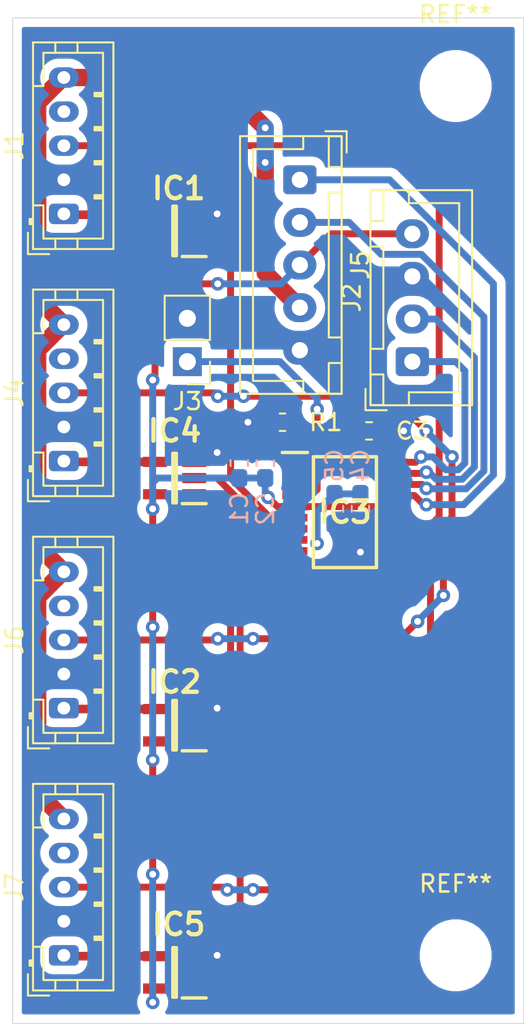
<source format=kicad_pcb>
(kicad_pcb (version 20171130) (host pcbnew "(5.1.6)-1")

  (general
    (thickness 1.6)
    (drawings 5)
    (tracks 211)
    (zones 0)
    (modules 20)
    (nets 33)
  )

  (page A4)
  (layers
    (0 F.Cu signal)
    (31 B.Cu signal)
    (32 B.Adhes user)
    (33 F.Adhes user)
    (34 B.Paste user)
    (35 F.Paste user)
    (36 B.SilkS user)
    (37 F.SilkS user)
    (38 B.Mask user)
    (39 F.Mask user)
    (40 Dwgs.User user)
    (41 Cmts.User user)
    (42 Eco1.User user)
    (43 Eco2.User user)
    (44 Edge.Cuts user)
    (45 Margin user)
    (46 B.CrtYd user)
    (47 F.CrtYd user)
    (48 B.Fab user hide)
    (49 F.Fab user hide)
  )

  (setup
    (last_trace_width 0.1524)
    (user_trace_width 0.254)
    (user_trace_width 0.3048)
    (user_trace_width 0.4064)
    (user_trace_width 0.508)
    (user_trace_width 0.9144)
    (user_trace_width 1.016)
    (user_trace_width 1.27)
    (trace_clearance 0.1524)
    (zone_clearance 0.508)
    (zone_45_only no)
    (trace_min 0.1524)
    (via_size 0.8)
    (via_drill 0.4)
    (via_min_size 0.6)
    (via_min_drill 0.3)
    (user_via 0.6 0.3)
    (uvia_size 0.3)
    (uvia_drill 0.1)
    (uvias_allowed no)
    (uvia_min_size 0.2)
    (uvia_min_drill 0.1)
    (edge_width 0.05)
    (segment_width 0.2)
    (pcb_text_width 0.3)
    (pcb_text_size 1.5 1.5)
    (mod_edge_width 0.12)
    (mod_text_size 1 1)
    (mod_text_width 0.15)
    (pad_size 1.524 1.524)
    (pad_drill 0.762)
    (pad_to_mask_clearance 0.05)
    (aux_axis_origin 69 113)
    (visible_elements 7FFFFFFF)
    (pcbplotparams
      (layerselection 0x010fc_ffffffff)
      (usegerberextensions true)
      (usegerberattributes true)
      (usegerberadvancedattributes true)
      (creategerberjobfile true)
      (excludeedgelayer true)
      (linewidth 0.100000)
      (plotframeref false)
      (viasonmask false)
      (mode 1)
      (useauxorigin false)
      (hpglpennumber 1)
      (hpglpenspeed 20)
      (hpglpendiameter 15.000000)
      (psnegative false)
      (psa4output false)
      (plotreference true)
      (plotvalue true)
      (plotinvisibletext false)
      (padsonsilk false)
      (subtractmaskfromsilk false)
      (outputformat 1)
      (mirror false)
      (drillshape 0)
      (scaleselection 1)
      (outputdirectory "HARP-Motor-Ctrl-Board-Gerber/"))
  )

  (net 0 "")
  (net 1 +3V3)
  (net 2 GND)
  (net 3 /NRST)
  (net 4 "Net-(IC1-Pad1)")
  (net 5 /PWM1)
  (net 6 /PWM1_INV)
  (net 7 "Net-(IC2-Pad1)")
  (net 8 /PWM3)
  (net 9 /PWM3_INV)
  (net 10 "Net-(IC3-Pad1)")
  (net 11 "Net-(IC3-Pad2)")
  (net 12 "Net-(IC3-Pad3)")
  (net 13 /PWM2)
  (net 14 /PWM4)
  (net 15 "Net-(IC3-Pad10)")
  (net 16 /DIR4)
  (net 17 /DIR3)
  (net 18 /DIR2)
  (net 19 /DIR1)
  (net 20 /TX)
  (net 21 /RX)
  (net 22 /SWDIO)
  (net 23 /SWCLK)
  (net 24 /PWM2_INV)
  (net 25 "Net-(IC4-Pad1)")
  (net 26 /PWM4_INV)
  (net 27 "Net-(IC5-Pad1)")
  (net 28 +12V)
  (net 29 "Net-(J1-Pad4)")
  (net 30 "Net-(J4-Pad4)")
  (net 31 "Net-(J6-Pad4)")
  (net 32 "Net-(J7-Pad4)")

  (net_class Default "This is the default net class."
    (clearance 0.1524)
    (trace_width 0.1524)
    (via_dia 0.8)
    (via_drill 0.4)
    (uvia_dia 0.3)
    (uvia_drill 0.1)
    (add_net +12V)
    (add_net +3V3)
    (add_net /DIR1)
    (add_net /DIR2)
    (add_net /DIR3)
    (add_net /DIR4)
    (add_net /NRST)
    (add_net /PWM1)
    (add_net /PWM1_INV)
    (add_net /PWM2)
    (add_net /PWM2_INV)
    (add_net /PWM3)
    (add_net /PWM3_INV)
    (add_net /PWM4)
    (add_net /PWM4_INV)
    (add_net /RX)
    (add_net /SWCLK)
    (add_net /SWDIO)
    (add_net /TX)
    (add_net GND)
    (add_net "Net-(IC1-Pad1)")
    (add_net "Net-(IC2-Pad1)")
    (add_net "Net-(IC3-Pad1)")
    (add_net "Net-(IC3-Pad10)")
    (add_net "Net-(IC3-Pad2)")
    (add_net "Net-(IC3-Pad3)")
    (add_net "Net-(IC4-Pad1)")
    (add_net "Net-(IC5-Pad1)")
    (add_net "Net-(J1-Pad4)")
    (add_net "Net-(J4-Pad4)")
    (add_net "Net-(J6-Pad4)")
    (add_net "Net-(J7-Pad4)")
  )

  (module MountingHole:MountingHole_3.2mm_M3 (layer F.Cu) (tedit 56D1B4CB) (tstamp 5FBBA990)
    (at 95 109)
    (descr "Mounting Hole 3.2mm, no annular, M3")
    (tags "mounting hole 3.2mm no annular m3")
    (attr virtual)
    (fp_text reference REF** (at 0 -4.2) (layer F.SilkS)
      (effects (font (size 1 1) (thickness 0.15)))
    )
    (fp_text value MountingHole_3.2mm_M3 (at 0 4.2) (layer F.Fab)
      (effects (font (size 1 1) (thickness 0.15)))
    )
    (fp_circle (center 0 0) (end 3.2 0) (layer Cmts.User) (width 0.15))
    (fp_circle (center 0 0) (end 3.45 0) (layer F.CrtYd) (width 0.05))
    (fp_text user %R (at 0.3 0) (layer F.Fab)
      (effects (font (size 1 1) (thickness 0.15)))
    )
    (pad 1 np_thru_hole circle (at 0 0) (size 3.2 3.2) (drill 3.2) (layers *.Cu *.Mask))
  )

  (module MountingHole:MountingHole_3.2mm_M3 (layer F.Cu) (tedit 56D1B4CB) (tstamp 5FBBA98E)
    (at 95 58)
    (descr "Mounting Hole 3.2mm, no annular, M3")
    (tags "mounting hole 3.2mm no annular m3")
    (attr virtual)
    (fp_text reference REF** (at 0 -4.2) (layer F.SilkS)
      (effects (font (size 1 1) (thickness 0.15)))
    )
    (fp_text value MountingHole_3.2mm_M3 (at 0 4.2) (layer F.Fab)
      (effects (font (size 1 1) (thickness 0.15)))
    )
    (fp_circle (center 0 0) (end 3.2 0) (layer Cmts.User) (width 0.15))
    (fp_circle (center 0 0) (end 3.45 0) (layer F.CrtYd) (width 0.05))
    (fp_text user %R (at 0.3 0) (layer F.Fab)
      (effects (font (size 1 1) (thickness 0.15)))
    )
    (pad 1 np_thru_hole circle (at 0 0) (size 3.2 3.2) (drill 3.2) (layers *.Cu *.Mask))
  )

  (module Capacitor_SMD:C_0603_1608Metric_Pad1.05x0.95mm_HandSolder (layer B.Cu) (tedit 5B301BBE) (tstamp 5FBB9A2D)
    (at 82.296 80.123 90)
    (descr "Capacitor SMD 0603 (1608 Metric), square (rectangular) end terminal, IPC_7351 nominal with elongated pad for handsoldering. (Body size source: http://www.tortai-tech.com/upload/download/2011102023233369053.pdf), generated with kicad-footprint-generator")
    (tags "capacitor handsolder")
    (path /5FBECBBC)
    (attr smd)
    (fp_text reference C1 (at -2.681 0 270) (layer B.SilkS)
      (effects (font (size 1 1) (thickness 0.15)) (justify mirror))
    )
    (fp_text value 0.1uF (at 0 -1.43 270) (layer B.Fab)
      (effects (font (size 1 1) (thickness 0.15)) (justify mirror))
    )
    (fp_line (start 1.65 -0.73) (end -1.65 -0.73) (layer B.CrtYd) (width 0.05))
    (fp_line (start 1.65 0.73) (end 1.65 -0.73) (layer B.CrtYd) (width 0.05))
    (fp_line (start -1.65 0.73) (end 1.65 0.73) (layer B.CrtYd) (width 0.05))
    (fp_line (start -1.65 -0.73) (end -1.65 0.73) (layer B.CrtYd) (width 0.05))
    (fp_line (start -0.171267 -0.51) (end 0.171267 -0.51) (layer B.SilkS) (width 0.12))
    (fp_line (start -0.171267 0.51) (end 0.171267 0.51) (layer B.SilkS) (width 0.12))
    (fp_line (start 0.8 -0.4) (end -0.8 -0.4) (layer B.Fab) (width 0.1))
    (fp_line (start 0.8 0.4) (end 0.8 -0.4) (layer B.Fab) (width 0.1))
    (fp_line (start -0.8 0.4) (end 0.8 0.4) (layer B.Fab) (width 0.1))
    (fp_line (start -0.8 -0.4) (end -0.8 0.4) (layer B.Fab) (width 0.1))
    (fp_text user %R (at 0 0 270) (layer B.Fab)
      (effects (font (size 0.4 0.4) (thickness 0.06)) (justify mirror))
    )
    (pad 1 smd roundrect (at -0.875 0 90) (size 1.05 0.95) (layers B.Cu B.Paste B.Mask) (roundrect_rratio 0.25)
      (net 1 +3V3))
    (pad 2 smd roundrect (at 0.875 0 90) (size 1.05 0.95) (layers B.Cu B.Paste B.Mask) (roundrect_rratio 0.25)
      (net 2 GND))
    (model ${KISYS3DMOD}/Capacitor_SMD.3dshapes/C_0603_1608Metric.wrl
      (at (xyz 0 0 0))
      (scale (xyz 1 1 1))
      (rotate (xyz 0 0 0))
    )
  )

  (module Capacitor_SMD:C_0603_1608Metric_Pad1.05x0.95mm_HandSolder (layer B.Cu) (tedit 5B301BBE) (tstamp 5FBB9A6E)
    (at 83.82 80.123 90)
    (descr "Capacitor SMD 0603 (1608 Metric), square (rectangular) end terminal, IPC_7351 nominal with elongated pad for handsoldering. (Body size source: http://www.tortai-tech.com/upload/download/2011102023233369053.pdf), generated with kicad-footprint-generator")
    (tags "capacitor handsolder")
    (path /5FBED43F)
    (attr smd)
    (fp_text reference C2 (at -2.681 0 270) (layer B.SilkS)
      (effects (font (size 1 1) (thickness 0.15)) (justify mirror))
    )
    (fp_text value 1uF (at 0 -1.43 270) (layer B.Fab)
      (effects (font (size 1 1) (thickness 0.15)) (justify mirror))
    )
    (fp_line (start -0.8 -0.4) (end -0.8 0.4) (layer B.Fab) (width 0.1))
    (fp_line (start -0.8 0.4) (end 0.8 0.4) (layer B.Fab) (width 0.1))
    (fp_line (start 0.8 0.4) (end 0.8 -0.4) (layer B.Fab) (width 0.1))
    (fp_line (start 0.8 -0.4) (end -0.8 -0.4) (layer B.Fab) (width 0.1))
    (fp_line (start -0.171267 0.51) (end 0.171267 0.51) (layer B.SilkS) (width 0.12))
    (fp_line (start -0.171267 -0.51) (end 0.171267 -0.51) (layer B.SilkS) (width 0.12))
    (fp_line (start -1.65 -0.73) (end -1.65 0.73) (layer B.CrtYd) (width 0.05))
    (fp_line (start -1.65 0.73) (end 1.65 0.73) (layer B.CrtYd) (width 0.05))
    (fp_line (start 1.65 0.73) (end 1.65 -0.73) (layer B.CrtYd) (width 0.05))
    (fp_line (start 1.65 -0.73) (end -1.65 -0.73) (layer B.CrtYd) (width 0.05))
    (fp_text user %R (at 0 0 270) (layer B.Fab)
      (effects (font (size 0.4 0.4) (thickness 0.06)) (justify mirror))
    )
    (pad 2 smd roundrect (at 0.875 0 90) (size 1.05 0.95) (layers B.Cu B.Paste B.Mask) (roundrect_rratio 0.25)
      (net 2 GND))
    (pad 1 smd roundrect (at -0.875 0 90) (size 1.05 0.95) (layers B.Cu B.Paste B.Mask) (roundrect_rratio 0.25)
      (net 1 +3V3))
    (model ${KISYS3DMOD}/Capacitor_SMD.3dshapes/C_0603_1608Metric.wrl
      (at (xyz 0 0 0))
      (scale (xyz 1 1 1))
      (rotate (xyz 0 0 0))
    )
  )

  (module Capacitor_SMD:C_0603_1608Metric_Pad1.05x0.95mm_HandSolder (layer F.Cu) (tedit 5B301BBE) (tstamp 5FBB8776)
    (at 89.916 78.232)
    (descr "Capacitor SMD 0603 (1608 Metric), square (rectangular) end terminal, IPC_7351 nominal with elongated pad for handsoldering. (Body size source: http://www.tortai-tech.com/upload/download/2011102023233369053.pdf), generated with kicad-footprint-generator")
    (tags "capacitor handsolder")
    (path /5FC1DE30)
    (attr smd)
    (fp_text reference C3 (at 2.54 0 180) (layer F.SilkS)
      (effects (font (size 1 1) (thickness 0.15)))
    )
    (fp_text value 0.1uF (at 0 1.43 180) (layer F.Fab)
      (effects (font (size 1 1) (thickness 0.15)))
    )
    (fp_line (start 1.65 0.73) (end -1.65 0.73) (layer F.CrtYd) (width 0.05))
    (fp_line (start 1.65 -0.73) (end 1.65 0.73) (layer F.CrtYd) (width 0.05))
    (fp_line (start -1.65 -0.73) (end 1.65 -0.73) (layer F.CrtYd) (width 0.05))
    (fp_line (start -1.65 0.73) (end -1.65 -0.73) (layer F.CrtYd) (width 0.05))
    (fp_line (start -0.171267 0.51) (end 0.171267 0.51) (layer F.SilkS) (width 0.12))
    (fp_line (start -0.171267 -0.51) (end 0.171267 -0.51) (layer F.SilkS) (width 0.12))
    (fp_line (start 0.8 0.4) (end -0.8 0.4) (layer F.Fab) (width 0.1))
    (fp_line (start 0.8 -0.4) (end 0.8 0.4) (layer F.Fab) (width 0.1))
    (fp_line (start -0.8 -0.4) (end 0.8 -0.4) (layer F.Fab) (width 0.1))
    (fp_line (start -0.8 0.4) (end -0.8 -0.4) (layer F.Fab) (width 0.1))
    (fp_text user %R (at 0 0 180) (layer F.Fab)
      (effects (font (size 0.4 0.4) (thickness 0.06)))
    )
    (pad 1 smd roundrect (at -0.875 0) (size 1.05 0.95) (layers F.Cu F.Paste F.Mask) (roundrect_rratio 0.25)
      (net 3 /NRST))
    (pad 2 smd roundrect (at 0.875 0) (size 1.05 0.95) (layers F.Cu F.Paste F.Mask) (roundrect_rratio 0.25)
      (net 2 GND))
    (model ${KISYS3DMOD}/Capacitor_SMD.3dshapes/C_0603_1608Metric.wrl
      (at (xyz 0 0 0))
      (scale (xyz 1 1 1))
      (rotate (xyz 0 0 0))
    )
  )

  (module Capacitor_SMD:C_0603_1608Metric_Pad1.05x0.95mm_HandSolder (layer B.Cu) (tedit 5B301BBE) (tstamp 5FBBA0B8)
    (at 89.408 82.804 270)
    (descr "Capacitor SMD 0603 (1608 Metric), square (rectangular) end terminal, IPC_7351 nominal with elongated pad for handsoldering. (Body size source: http://www.tortai-tech.com/upload/download/2011102023233369053.pdf), generated with kicad-footprint-generator")
    (tags "capacitor handsolder")
    (path /5FBF1A98)
    (attr smd)
    (fp_text reference C4 (at -2.54 0 90) (layer B.SilkS)
      (effects (font (size 1 1) (thickness 0.15)) (justify mirror))
    )
    (fp_text value 0.1uF (at 0 -1.43 90) (layer B.Fab)
      (effects (font (size 1 1) (thickness 0.15)) (justify mirror))
    )
    (fp_line (start 1.65 -0.73) (end -1.65 -0.73) (layer B.CrtYd) (width 0.05))
    (fp_line (start 1.65 0.73) (end 1.65 -0.73) (layer B.CrtYd) (width 0.05))
    (fp_line (start -1.65 0.73) (end 1.65 0.73) (layer B.CrtYd) (width 0.05))
    (fp_line (start -1.65 -0.73) (end -1.65 0.73) (layer B.CrtYd) (width 0.05))
    (fp_line (start -0.171267 -0.51) (end 0.171267 -0.51) (layer B.SilkS) (width 0.12))
    (fp_line (start -0.171267 0.51) (end 0.171267 0.51) (layer B.SilkS) (width 0.12))
    (fp_line (start 0.8 -0.4) (end -0.8 -0.4) (layer B.Fab) (width 0.1))
    (fp_line (start 0.8 0.4) (end 0.8 -0.4) (layer B.Fab) (width 0.1))
    (fp_line (start -0.8 0.4) (end 0.8 0.4) (layer B.Fab) (width 0.1))
    (fp_line (start -0.8 -0.4) (end -0.8 0.4) (layer B.Fab) (width 0.1))
    (fp_text user %R (at 0 0 90) (layer B.Fab)
      (effects (font (size 0.4 0.4) (thickness 0.06)) (justify mirror))
    )
    (pad 1 smd roundrect (at -0.875 0 270) (size 1.05 0.95) (layers B.Cu B.Paste B.Mask) (roundrect_rratio 0.25)
      (net 1 +3V3))
    (pad 2 smd roundrect (at 0.875 0 270) (size 1.05 0.95) (layers B.Cu B.Paste B.Mask) (roundrect_rratio 0.25)
      (net 2 GND))
    (model ${KISYS3DMOD}/Capacitor_SMD.3dshapes/C_0603_1608Metric.wrl
      (at (xyz 0 0 0))
      (scale (xyz 1 1 1))
      (rotate (xyz 0 0 0))
    )
  )

  (module Capacitor_SMD:C_0603_1608Metric_Pad1.05x0.95mm_HandSolder (layer B.Cu) (tedit 5B301BBE) (tstamp 5FBB8798)
    (at 87.884 82.804 270)
    (descr "Capacitor SMD 0603 (1608 Metric), square (rectangular) end terminal, IPC_7351 nominal with elongated pad for handsoldering. (Body size source: http://www.tortai-tech.com/upload/download/2011102023233369053.pdf), generated with kicad-footprint-generator")
    (tags "capacitor handsolder")
    (path /5FBF2009)
    (attr smd)
    (fp_text reference C5 (at -2.54 0 270) (layer B.SilkS)
      (effects (font (size 1 1) (thickness 0.15)) (justify mirror))
    )
    (fp_text value 10uF (at 0 -1.43 270) (layer B.Fab)
      (effects (font (size 1 1) (thickness 0.15)) (justify mirror))
    )
    (fp_line (start -0.8 -0.4) (end -0.8 0.4) (layer B.Fab) (width 0.1))
    (fp_line (start -0.8 0.4) (end 0.8 0.4) (layer B.Fab) (width 0.1))
    (fp_line (start 0.8 0.4) (end 0.8 -0.4) (layer B.Fab) (width 0.1))
    (fp_line (start 0.8 -0.4) (end -0.8 -0.4) (layer B.Fab) (width 0.1))
    (fp_line (start -0.171267 0.51) (end 0.171267 0.51) (layer B.SilkS) (width 0.12))
    (fp_line (start -0.171267 -0.51) (end 0.171267 -0.51) (layer B.SilkS) (width 0.12))
    (fp_line (start -1.65 -0.73) (end -1.65 0.73) (layer B.CrtYd) (width 0.05))
    (fp_line (start -1.65 0.73) (end 1.65 0.73) (layer B.CrtYd) (width 0.05))
    (fp_line (start 1.65 0.73) (end 1.65 -0.73) (layer B.CrtYd) (width 0.05))
    (fp_line (start 1.65 -0.73) (end -1.65 -0.73) (layer B.CrtYd) (width 0.05))
    (fp_text user %R (at 0 0 270) (layer B.Fab)
      (effects (font (size 0.4 0.4) (thickness 0.06)) (justify mirror))
    )
    (pad 2 smd roundrect (at 0.875 0 270) (size 1.05 0.95) (layers B.Cu B.Paste B.Mask) (roundrect_rratio 0.25)
      (net 2 GND))
    (pad 1 smd roundrect (at -0.875 0 270) (size 1.05 0.95) (layers B.Cu B.Paste B.Mask) (roundrect_rratio 0.25)
      (net 1 +3V3))
    (model ${KISYS3DMOD}/Capacitor_SMD.3dshapes/C_0603_1608Metric.wrl
      (at (xyz 0 0 0))
      (scale (xyz 1 1 1))
      (rotate (xyz 0 0 0))
    )
  )

  (module LibraryLoader:SOT95P275X140-5N (layer F.Cu) (tedit 0) (tstamp 5FBB87B0)
    (at 78.5 66.5 180)
    (descr SSOP5-P-0.95)
    (tags "Integrated Circuit")
    (path /5FBC180B)
    (attr smd)
    (fp_text reference IC1 (at -0.24 2.492) (layer F.SilkS)
      (effects (font (size 1.27 1.27) (thickness 0.254)))
    )
    (fp_text value TC7S14F,LF (at 0 0) (layer F.SilkS) hide
      (effects (font (size 1.27 1.27) (thickness 0.254)))
    )
    (fp_line (start -1.85 -1.5) (end -0.45 -1.5) (layer F.SilkS) (width 0.2))
    (fp_line (start -0.1 1.45) (end -0.1 -1.45) (layer F.SilkS) (width 0.2))
    (fp_line (start 0.1 1.45) (end -0.1 1.45) (layer F.SilkS) (width 0.2))
    (fp_line (start 0.1 -1.45) (end 0.1 1.45) (layer F.SilkS) (width 0.2))
    (fp_line (start -0.1 -1.45) (end 0.1 -1.45) (layer F.SilkS) (width 0.2))
    (fp_line (start -0.825 -0.5) (end 0.125 -1.45) (layer F.Fab) (width 0.1))
    (fp_line (start -0.825 1.45) (end -0.825 -1.45) (layer F.Fab) (width 0.1))
    (fp_line (start 0.825 1.45) (end -0.825 1.45) (layer F.Fab) (width 0.1))
    (fp_line (start 0.825 -1.45) (end 0.825 1.45) (layer F.Fab) (width 0.1))
    (fp_line (start -0.825 -1.45) (end 0.825 -1.45) (layer F.Fab) (width 0.1))
    (fp_line (start -2.1 1.8) (end -2.1 -1.8) (layer F.CrtYd) (width 0.05))
    (fp_line (start 2.1 1.8) (end -2.1 1.8) (layer F.CrtYd) (width 0.05))
    (fp_line (start 2.1 -1.8) (end 2.1 1.8) (layer F.CrtYd) (width 0.05))
    (fp_line (start -2.1 -1.8) (end 2.1 -1.8) (layer F.CrtYd) (width 0.05))
    (fp_text user %R (at 0 0) (layer F.Fab)
      (effects (font (size 1.27 1.27) (thickness 0.254)))
    )
    (pad 1 smd rect (at -1.15 -0.95 270) (size 0.6 1.4) (layers F.Cu F.Paste F.Mask)
      (net 4 "Net-(IC1-Pad1)"))
    (pad 2 smd rect (at -1.15 0 270) (size 0.6 1.4) (layers F.Cu F.Paste F.Mask)
      (net 5 /PWM1))
    (pad 3 smd rect (at -1.15 0.95 270) (size 0.6 1.4) (layers F.Cu F.Paste F.Mask)
      (net 2 GND))
    (pad 4 smd rect (at 1.15 0.95 270) (size 0.6 1.4) (layers F.Cu F.Paste F.Mask)
      (net 6 /PWM1_INV))
    (pad 5 smd rect (at 1.15 -0.95 270) (size 0.6 1.4) (layers F.Cu F.Paste F.Mask)
      (net 1 +3V3))
  )

  (module LibraryLoader:SOT95P275X140-5N (layer F.Cu) (tedit 0) (tstamp 5FBB87C8)
    (at 78.5 95.5 180)
    (descr SSOP5-P-0.95)
    (tags "Integrated Circuit")
    (path /5FBCBEC2)
    (attr smd)
    (fp_text reference IC2 (at 0 2.536) (layer F.SilkS)
      (effects (font (size 1.27 1.27) (thickness 0.254)))
    )
    (fp_text value TC7S14F,LF (at 0 0) (layer F.SilkS) hide
      (effects (font (size 1.27 1.27) (thickness 0.254)))
    )
    (fp_line (start -1.85 -1.5) (end -0.45 -1.5) (layer F.SilkS) (width 0.2))
    (fp_line (start -0.1 1.45) (end -0.1 -1.45) (layer F.SilkS) (width 0.2))
    (fp_line (start 0.1 1.45) (end -0.1 1.45) (layer F.SilkS) (width 0.2))
    (fp_line (start 0.1 -1.45) (end 0.1 1.45) (layer F.SilkS) (width 0.2))
    (fp_line (start -0.1 -1.45) (end 0.1 -1.45) (layer F.SilkS) (width 0.2))
    (fp_line (start -0.825 -0.5) (end 0.125 -1.45) (layer F.Fab) (width 0.1))
    (fp_line (start -0.825 1.45) (end -0.825 -1.45) (layer F.Fab) (width 0.1))
    (fp_line (start 0.825 1.45) (end -0.825 1.45) (layer F.Fab) (width 0.1))
    (fp_line (start 0.825 -1.45) (end 0.825 1.45) (layer F.Fab) (width 0.1))
    (fp_line (start -0.825 -1.45) (end 0.825 -1.45) (layer F.Fab) (width 0.1))
    (fp_line (start -2.1 1.8) (end -2.1 -1.8) (layer F.CrtYd) (width 0.05))
    (fp_line (start 2.1 1.8) (end -2.1 1.8) (layer F.CrtYd) (width 0.05))
    (fp_line (start 2.1 -1.8) (end 2.1 1.8) (layer F.CrtYd) (width 0.05))
    (fp_line (start -2.1 -1.8) (end 2.1 -1.8) (layer F.CrtYd) (width 0.05))
    (fp_text user %R (at 0 0) (layer F.Fab)
      (effects (font (size 1.27 1.27) (thickness 0.254)))
    )
    (pad 1 smd rect (at -1.15 -0.95 270) (size 0.6 1.4) (layers F.Cu F.Paste F.Mask)
      (net 7 "Net-(IC2-Pad1)"))
    (pad 2 smd rect (at -1.15 0 270) (size 0.6 1.4) (layers F.Cu F.Paste F.Mask)
      (net 8 /PWM3))
    (pad 3 smd rect (at -1.15 0.95 270) (size 0.6 1.4) (layers F.Cu F.Paste F.Mask)
      (net 2 GND))
    (pad 4 smd rect (at 1.15 0.95 270) (size 0.6 1.4) (layers F.Cu F.Paste F.Mask)
      (net 9 /PWM3_INV))
    (pad 5 smd rect (at 1.15 -0.95 270) (size 0.6 1.4) (layers F.Cu F.Paste F.Mask)
      (net 1 +3V3))
  )

  (module LibraryLoader:SOP65P640X120-20N (layer F.Cu) (tedit 0) (tstamp 5FBB87EF)
    (at 88.5 83)
    (descr "TSSOP20  E20-lead thin shrink small outline, 6.5 x 4.4 mm, 0.65 mm pitch, package outline")
    (tags "Integrated Circuit")
    (path /5FBE7E29)
    (attr smd)
    (fp_text reference IC3 (at 0 0) (layer F.SilkS)
      (effects (font (size 1.27 1.27) (thickness 0.254)))
    )
    (fp_text value STM32L010F4P6 (at 0 0) (layer F.SilkS) hide
      (effects (font (size 1.27 1.27) (thickness 0.254)))
    )
    (fp_line (start -3.675 -3.5) (end -2.2 -3.5) (layer F.SilkS) (width 0.2))
    (fp_line (start -1.85 3.25) (end -1.85 -3.25) (layer F.SilkS) (width 0.2))
    (fp_line (start 1.85 3.25) (end -1.85 3.25) (layer F.SilkS) (width 0.2))
    (fp_line (start 1.85 -3.25) (end 1.85 3.25) (layer F.SilkS) (width 0.2))
    (fp_line (start -1.85 -3.25) (end 1.85 -3.25) (layer F.SilkS) (width 0.2))
    (fp_line (start -2.2 -2.6) (end -1.55 -3.25) (layer F.Fab) (width 0.1))
    (fp_line (start -2.2 3.25) (end -2.2 -3.25) (layer F.Fab) (width 0.1))
    (fp_line (start 2.2 3.25) (end -2.2 3.25) (layer F.Fab) (width 0.1))
    (fp_line (start 2.2 -3.25) (end 2.2 3.25) (layer F.Fab) (width 0.1))
    (fp_line (start -2.2 -3.25) (end 2.2 -3.25) (layer F.Fab) (width 0.1))
    (fp_line (start -3.925 3.55) (end -3.925 -3.55) (layer F.CrtYd) (width 0.05))
    (fp_line (start 3.925 3.55) (end -3.925 3.55) (layer F.CrtYd) (width 0.05))
    (fp_line (start 3.925 -3.55) (end 3.925 3.55) (layer F.CrtYd) (width 0.05))
    (fp_line (start -3.925 -3.55) (end 3.925 -3.55) (layer F.CrtYd) (width 0.05))
    (fp_text user %R (at 0 0) (layer F.Fab)
      (effects (font (size 1.27 1.27) (thickness 0.254)))
    )
    (pad 1 smd rect (at -2.938 -2.925 90) (size 0.45 1.475) (layers F.Cu F.Paste F.Mask)
      (net 10 "Net-(IC3-Pad1)"))
    (pad 2 smd rect (at -2.938 -2.275 90) (size 0.45 1.475) (layers F.Cu F.Paste F.Mask)
      (net 11 "Net-(IC3-Pad2)"))
    (pad 3 smd rect (at -2.938 -1.625 90) (size 0.45 1.475) (layers F.Cu F.Paste F.Mask)
      (net 12 "Net-(IC3-Pad3)"))
    (pad 4 smd rect (at -2.938 -0.975 90) (size 0.45 1.475) (layers F.Cu F.Paste F.Mask)
      (net 3 /NRST))
    (pad 5 smd rect (at -2.938 -0.325 90) (size 0.45 1.475) (layers F.Cu F.Paste F.Mask)
      (net 1 +3V3))
    (pad 6 smd rect (at -2.938 0.325 90) (size 0.45 1.475) (layers F.Cu F.Paste F.Mask)
      (net 5 /PWM1))
    (pad 7 smd rect (at -2.938 0.975 90) (size 0.45 1.475) (layers F.Cu F.Paste F.Mask)
      (net 13 /PWM2))
    (pad 8 smd rect (at -2.938 1.625 90) (size 0.45 1.475) (layers F.Cu F.Paste F.Mask)
      (net 8 /PWM3))
    (pad 9 smd rect (at -2.938 2.275 90) (size 0.45 1.475) (layers F.Cu F.Paste F.Mask)
      (net 14 /PWM4))
    (pad 10 smd rect (at -2.938 2.925 90) (size 0.45 1.475) (layers F.Cu F.Paste F.Mask)
      (net 15 "Net-(IC3-Pad10)"))
    (pad 11 smd rect (at 2.938 2.925 90) (size 0.45 1.475) (layers F.Cu F.Paste F.Mask)
      (net 16 /DIR4))
    (pad 12 smd rect (at 2.938 2.275 90) (size 0.45 1.475) (layers F.Cu F.Paste F.Mask)
      (net 17 /DIR3))
    (pad 13 smd rect (at 2.938 1.625 90) (size 0.45 1.475) (layers F.Cu F.Paste F.Mask)
      (net 18 /DIR2))
    (pad 14 smd rect (at 2.938 0.975 90) (size 0.45 1.475) (layers F.Cu F.Paste F.Mask)
      (net 19 /DIR1))
    (pad 15 smd rect (at 2.938 0.325 90) (size 0.45 1.475) (layers F.Cu F.Paste F.Mask)
      (net 2 GND))
    (pad 16 smd rect (at 2.938 -0.325 90) (size 0.45 1.475) (layers F.Cu F.Paste F.Mask)
      (net 1 +3V3))
    (pad 17 smd rect (at 2.938 -0.975 90) (size 0.45 1.475) (layers F.Cu F.Paste F.Mask)
      (net 20 /TX))
    (pad 18 smd rect (at 2.938 -1.625 90) (size 0.45 1.475) (layers F.Cu F.Paste F.Mask)
      (net 21 /RX))
    (pad 19 smd rect (at 2.938 -2.275 90) (size 0.45 1.475) (layers F.Cu F.Paste F.Mask)
      (net 22 /SWDIO))
    (pad 20 smd rect (at 2.938 -2.925 90) (size 0.45 1.475) (layers F.Cu F.Paste F.Mask)
      (net 23 /SWCLK))
    (model C:\SamacSys_PCB_Library\KiCad\SamacSys_Parts.3dshapes\STM32L010F4P6.stp
      (at (xyz 0 0 0))
      (scale (xyz 1 1 1))
      (rotate (xyz 0 0 0))
    )
  )

  (module LibraryLoader:SOT95P275X140-5N (layer F.Cu) (tedit 0) (tstamp 5FBB938B)
    (at 78.5 81 180)
    (descr SSOP5-P-0.95)
    (tags "Integrated Circuit")
    (path /5FBC99D8)
    (attr smd)
    (fp_text reference IC4 (at 0 2.768) (layer F.SilkS)
      (effects (font (size 1.27 1.27) (thickness 0.254)))
    )
    (fp_text value TC7S14F,LF (at 0 0) (layer F.SilkS) hide
      (effects (font (size 1.27 1.27) (thickness 0.254)))
    )
    (fp_line (start -2.1 -1.8) (end 2.1 -1.8) (layer F.CrtYd) (width 0.05))
    (fp_line (start 2.1 -1.8) (end 2.1 1.8) (layer F.CrtYd) (width 0.05))
    (fp_line (start 2.1 1.8) (end -2.1 1.8) (layer F.CrtYd) (width 0.05))
    (fp_line (start -2.1 1.8) (end -2.1 -1.8) (layer F.CrtYd) (width 0.05))
    (fp_line (start -0.825 -1.45) (end 0.825 -1.45) (layer F.Fab) (width 0.1))
    (fp_line (start 0.825 -1.45) (end 0.825 1.45) (layer F.Fab) (width 0.1))
    (fp_line (start 0.825 1.45) (end -0.825 1.45) (layer F.Fab) (width 0.1))
    (fp_line (start -0.825 1.45) (end -0.825 -1.45) (layer F.Fab) (width 0.1))
    (fp_line (start -0.825 -0.5) (end 0.125 -1.45) (layer F.Fab) (width 0.1))
    (fp_line (start -0.1 -1.45) (end 0.1 -1.45) (layer F.SilkS) (width 0.2))
    (fp_line (start 0.1 -1.45) (end 0.1 1.45) (layer F.SilkS) (width 0.2))
    (fp_line (start 0.1 1.45) (end -0.1 1.45) (layer F.SilkS) (width 0.2))
    (fp_line (start -0.1 1.45) (end -0.1 -1.45) (layer F.SilkS) (width 0.2))
    (fp_line (start -1.85 -1.5) (end -0.45 -1.5) (layer F.SilkS) (width 0.2))
    (fp_text user %R (at 0 0) (layer F.Fab)
      (effects (font (size 1.27 1.27) (thickness 0.254)))
    )
    (pad 5 smd rect (at 1.15 -0.95 270) (size 0.6 1.4) (layers F.Cu F.Paste F.Mask)
      (net 1 +3V3))
    (pad 4 smd rect (at 1.15 0.95 270) (size 0.6 1.4) (layers F.Cu F.Paste F.Mask)
      (net 24 /PWM2_INV))
    (pad 3 smd rect (at -1.15 0.95 270) (size 0.6 1.4) (layers F.Cu F.Paste F.Mask)
      (net 2 GND))
    (pad 2 smd rect (at -1.15 0 270) (size 0.6 1.4) (layers F.Cu F.Paste F.Mask)
      (net 13 /PWM2))
    (pad 1 smd rect (at -1.15 -0.95 270) (size 0.6 1.4) (layers F.Cu F.Paste F.Mask)
      (net 25 "Net-(IC4-Pad1)"))
  )

  (module LibraryLoader:SOT95P275X140-5N (layer F.Cu) (tedit 0) (tstamp 5FBB881F)
    (at 78.5 110 180)
    (descr SSOP5-P-0.95)
    (tags "Integrated Circuit")
    (path /5FBCE224)
    (attr smd)
    (fp_text reference IC5 (at -0.24 2.812) (layer F.SilkS)
      (effects (font (size 1.27 1.27) (thickness 0.254)))
    )
    (fp_text value TC7S14F,LF (at 0 0) (layer F.SilkS) hide
      (effects (font (size 1.27 1.27) (thickness 0.254)))
    )
    (fp_line (start -2.1 -1.8) (end 2.1 -1.8) (layer F.CrtYd) (width 0.05))
    (fp_line (start 2.1 -1.8) (end 2.1 1.8) (layer F.CrtYd) (width 0.05))
    (fp_line (start 2.1 1.8) (end -2.1 1.8) (layer F.CrtYd) (width 0.05))
    (fp_line (start -2.1 1.8) (end -2.1 -1.8) (layer F.CrtYd) (width 0.05))
    (fp_line (start -0.825 -1.45) (end 0.825 -1.45) (layer F.Fab) (width 0.1))
    (fp_line (start 0.825 -1.45) (end 0.825 1.45) (layer F.Fab) (width 0.1))
    (fp_line (start 0.825 1.45) (end -0.825 1.45) (layer F.Fab) (width 0.1))
    (fp_line (start -0.825 1.45) (end -0.825 -1.45) (layer F.Fab) (width 0.1))
    (fp_line (start -0.825 -0.5) (end 0.125 -1.45) (layer F.Fab) (width 0.1))
    (fp_line (start -0.1 -1.45) (end 0.1 -1.45) (layer F.SilkS) (width 0.2))
    (fp_line (start 0.1 -1.45) (end 0.1 1.45) (layer F.SilkS) (width 0.2))
    (fp_line (start 0.1 1.45) (end -0.1 1.45) (layer F.SilkS) (width 0.2))
    (fp_line (start -0.1 1.45) (end -0.1 -1.45) (layer F.SilkS) (width 0.2))
    (fp_line (start -1.85 -1.5) (end -0.45 -1.5) (layer F.SilkS) (width 0.2))
    (fp_text user %R (at 0 0) (layer F.Fab)
      (effects (font (size 1.27 1.27) (thickness 0.254)))
    )
    (pad 5 smd rect (at 1.15 -0.95 270) (size 0.6 1.4) (layers F.Cu F.Paste F.Mask)
      (net 1 +3V3))
    (pad 4 smd rect (at 1.15 0.95 270) (size 0.6 1.4) (layers F.Cu F.Paste F.Mask)
      (net 26 /PWM4_INV))
    (pad 3 smd rect (at -1.15 0.95 270) (size 0.6 1.4) (layers F.Cu F.Paste F.Mask)
      (net 2 GND))
    (pad 2 smd rect (at -1.15 0 270) (size 0.6 1.4) (layers F.Cu F.Paste F.Mask)
      (net 14 /PWM4))
    (pad 1 smd rect (at -1.15 -0.95 270) (size 0.6 1.4) (layers F.Cu F.Paste F.Mask)
      (net 27 "Net-(IC5-Pad1)"))
  )

  (module Connector_JST:JST_PH_B5B-PH-K_1x05_P2.00mm_Vertical (layer F.Cu) (tedit 5B7745C2) (tstamp 5FBB8EBB)
    (at 72 65.5 90)
    (descr "JST PH series connector, B5B-PH-K (http://www.jst-mfg.com/product/pdf/eng/ePH.pdf), generated with kicad-footprint-generator")
    (tags "connector JST PH side entry")
    (path /5FBB1999)
    (fp_text reference J1 (at 4 -2.9 90) (layer F.SilkS)
      (effects (font (size 1 1) (thickness 0.15)))
    )
    (fp_text value Conn_01x05_Male (at 4 4 90) (layer F.Fab)
      (effects (font (size 1 1) (thickness 0.15)))
    )
    (fp_line (start -2.06 -1.81) (end -2.06 2.91) (layer F.SilkS) (width 0.12))
    (fp_line (start -2.06 2.91) (end 10.06 2.91) (layer F.SilkS) (width 0.12))
    (fp_line (start 10.06 2.91) (end 10.06 -1.81) (layer F.SilkS) (width 0.12))
    (fp_line (start 10.06 -1.81) (end -2.06 -1.81) (layer F.SilkS) (width 0.12))
    (fp_line (start -0.3 -1.81) (end -0.3 -2.01) (layer F.SilkS) (width 0.12))
    (fp_line (start -0.3 -2.01) (end -0.6 -2.01) (layer F.SilkS) (width 0.12))
    (fp_line (start -0.6 -2.01) (end -0.6 -1.81) (layer F.SilkS) (width 0.12))
    (fp_line (start -0.3 -1.91) (end -0.6 -1.91) (layer F.SilkS) (width 0.12))
    (fp_line (start 0.5 -1.81) (end 0.5 -1.2) (layer F.SilkS) (width 0.12))
    (fp_line (start 0.5 -1.2) (end -1.45 -1.2) (layer F.SilkS) (width 0.12))
    (fp_line (start -1.45 -1.2) (end -1.45 2.3) (layer F.SilkS) (width 0.12))
    (fp_line (start -1.45 2.3) (end 9.45 2.3) (layer F.SilkS) (width 0.12))
    (fp_line (start 9.45 2.3) (end 9.45 -1.2) (layer F.SilkS) (width 0.12))
    (fp_line (start 9.45 -1.2) (end 7.5 -1.2) (layer F.SilkS) (width 0.12))
    (fp_line (start 7.5 -1.2) (end 7.5 -1.81) (layer F.SilkS) (width 0.12))
    (fp_line (start -2.06 -0.5) (end -1.45 -0.5) (layer F.SilkS) (width 0.12))
    (fp_line (start -2.06 0.8) (end -1.45 0.8) (layer F.SilkS) (width 0.12))
    (fp_line (start 10.06 -0.5) (end 9.45 -0.5) (layer F.SilkS) (width 0.12))
    (fp_line (start 10.06 0.8) (end 9.45 0.8) (layer F.SilkS) (width 0.12))
    (fp_line (start 0.9 2.3) (end 0.9 1.8) (layer F.SilkS) (width 0.12))
    (fp_line (start 0.9 1.8) (end 1.1 1.8) (layer F.SilkS) (width 0.12))
    (fp_line (start 1.1 1.8) (end 1.1 2.3) (layer F.SilkS) (width 0.12))
    (fp_line (start 1 2.3) (end 1 1.8) (layer F.SilkS) (width 0.12))
    (fp_line (start 2.9 2.3) (end 2.9 1.8) (layer F.SilkS) (width 0.12))
    (fp_line (start 2.9 1.8) (end 3.1 1.8) (layer F.SilkS) (width 0.12))
    (fp_line (start 3.1 1.8) (end 3.1 2.3) (layer F.SilkS) (width 0.12))
    (fp_line (start 3 2.3) (end 3 1.8) (layer F.SilkS) (width 0.12))
    (fp_line (start 4.9 2.3) (end 4.9 1.8) (layer F.SilkS) (width 0.12))
    (fp_line (start 4.9 1.8) (end 5.1 1.8) (layer F.SilkS) (width 0.12))
    (fp_line (start 5.1 1.8) (end 5.1 2.3) (layer F.SilkS) (width 0.12))
    (fp_line (start 5 2.3) (end 5 1.8) (layer F.SilkS) (width 0.12))
    (fp_line (start 6.9 2.3) (end 6.9 1.8) (layer F.SilkS) (width 0.12))
    (fp_line (start 6.9 1.8) (end 7.1 1.8) (layer F.SilkS) (width 0.12))
    (fp_line (start 7.1 1.8) (end 7.1 2.3) (layer F.SilkS) (width 0.12))
    (fp_line (start 7 2.3) (end 7 1.8) (layer F.SilkS) (width 0.12))
    (fp_line (start -1.11 -2.11) (end -2.36 -2.11) (layer F.SilkS) (width 0.12))
    (fp_line (start -2.36 -2.11) (end -2.36 -0.86) (layer F.SilkS) (width 0.12))
    (fp_line (start -1.11 -2.11) (end -2.36 -2.11) (layer F.Fab) (width 0.1))
    (fp_line (start -2.36 -2.11) (end -2.36 -0.86) (layer F.Fab) (width 0.1))
    (fp_line (start -1.95 -1.7) (end -1.95 2.8) (layer F.Fab) (width 0.1))
    (fp_line (start -1.95 2.8) (end 9.95 2.8) (layer F.Fab) (width 0.1))
    (fp_line (start 9.95 2.8) (end 9.95 -1.7) (layer F.Fab) (width 0.1))
    (fp_line (start 9.95 -1.7) (end -1.95 -1.7) (layer F.Fab) (width 0.1))
    (fp_line (start -2.45 -2.2) (end -2.45 3.3) (layer F.CrtYd) (width 0.05))
    (fp_line (start -2.45 3.3) (end 10.45 3.3) (layer F.CrtYd) (width 0.05))
    (fp_line (start 10.45 3.3) (end 10.45 -2.2) (layer F.CrtYd) (width 0.05))
    (fp_line (start 10.45 -2.2) (end -2.45 -2.2) (layer F.CrtYd) (width 0.05))
    (fp_text user %R (at 4 1.5 90) (layer F.Fab)
      (effects (font (size 1 1) (thickness 0.15)))
    )
    (pad 5 thru_hole oval (at 8 0 90) (size 1.2 1.75) (drill 0.75) (layers *.Cu *.Mask)
      (net 28 +12V))
    (pad 4 thru_hole oval (at 6 0 90) (size 1.2 1.75) (drill 0.75) (layers *.Cu *.Mask)
      (net 29 "Net-(J1-Pad4)"))
    (pad 3 thru_hole oval (at 4 0 90) (size 1.2 1.75) (drill 0.75) (layers *.Cu *.Mask)
      (net 19 /DIR1))
    (pad 2 thru_hole oval (at 2 0 90) (size 1.2 1.75) (drill 0.75) (layers *.Cu *.Mask)
      (net 2 GND))
    (pad 1 thru_hole roundrect (at 0 0 90) (size 1.2 1.75) (drill 0.75) (layers *.Cu *.Mask) (roundrect_rratio 0.208333)
      (net 6 /PWM1_INV))
    (model ${KISYS3DMOD}/Connector_JST.3dshapes/JST_PH_B5B-PH-K_1x05_P2.00mm_Vertical.wrl
      (at (xyz 0 0 0))
      (scale (xyz 1 1 1))
      (rotate (xyz 0 0 0))
    )
  )

  (module Connector_JST:JST_XH_B4B-XH-A_1x04_P2.50mm_Vertical (layer F.Cu) (tedit 5C28146C) (tstamp 5FBB8883)
    (at 92.456 74.168 90)
    (descr "JST XH series connector, B4B-XH-A (http://www.jst-mfg.com/product/pdf/eng/eXH.pdf), generated with kicad-footprint-generator")
    (tags "connector JST XH vertical")
    (path /5FC42519)
    (fp_text reference J2 (at 3.75 -3.55 90) (layer F.SilkS)
      (effects (font (size 1 1) (thickness 0.15)))
    )
    (fp_text value Conn_01x04_Male (at 3.75 4.6 90) (layer F.Fab)
      (effects (font (size 1 1) (thickness 0.15)))
    )
    (fp_line (start -2.85 -2.75) (end -2.85 -1.5) (layer F.SilkS) (width 0.12))
    (fp_line (start -1.6 -2.75) (end -2.85 -2.75) (layer F.SilkS) (width 0.12))
    (fp_line (start 9.3 2.75) (end 3.75 2.75) (layer F.SilkS) (width 0.12))
    (fp_line (start 9.3 -0.2) (end 9.3 2.75) (layer F.SilkS) (width 0.12))
    (fp_line (start 10.05 -0.2) (end 9.3 -0.2) (layer F.SilkS) (width 0.12))
    (fp_line (start -1.8 2.75) (end 3.75 2.75) (layer F.SilkS) (width 0.12))
    (fp_line (start -1.8 -0.2) (end -1.8 2.75) (layer F.SilkS) (width 0.12))
    (fp_line (start -2.55 -0.2) (end -1.8 -0.2) (layer F.SilkS) (width 0.12))
    (fp_line (start 10.05 -2.45) (end 8.25 -2.45) (layer F.SilkS) (width 0.12))
    (fp_line (start 10.05 -1.7) (end 10.05 -2.45) (layer F.SilkS) (width 0.12))
    (fp_line (start 8.25 -1.7) (end 10.05 -1.7) (layer F.SilkS) (width 0.12))
    (fp_line (start 8.25 -2.45) (end 8.25 -1.7) (layer F.SilkS) (width 0.12))
    (fp_line (start -0.75 -2.45) (end -2.55 -2.45) (layer F.SilkS) (width 0.12))
    (fp_line (start -0.75 -1.7) (end -0.75 -2.45) (layer F.SilkS) (width 0.12))
    (fp_line (start -2.55 -1.7) (end -0.75 -1.7) (layer F.SilkS) (width 0.12))
    (fp_line (start -2.55 -2.45) (end -2.55 -1.7) (layer F.SilkS) (width 0.12))
    (fp_line (start 6.75 -2.45) (end 0.75 -2.45) (layer F.SilkS) (width 0.12))
    (fp_line (start 6.75 -1.7) (end 6.75 -2.45) (layer F.SilkS) (width 0.12))
    (fp_line (start 0.75 -1.7) (end 6.75 -1.7) (layer F.SilkS) (width 0.12))
    (fp_line (start 0.75 -2.45) (end 0.75 -1.7) (layer F.SilkS) (width 0.12))
    (fp_line (start 0 -1.35) (end 0.625 -2.35) (layer F.Fab) (width 0.1))
    (fp_line (start -0.625 -2.35) (end 0 -1.35) (layer F.Fab) (width 0.1))
    (fp_line (start 10.45 -2.85) (end -2.95 -2.85) (layer F.CrtYd) (width 0.05))
    (fp_line (start 10.45 3.9) (end 10.45 -2.85) (layer F.CrtYd) (width 0.05))
    (fp_line (start -2.95 3.9) (end 10.45 3.9) (layer F.CrtYd) (width 0.05))
    (fp_line (start -2.95 -2.85) (end -2.95 3.9) (layer F.CrtYd) (width 0.05))
    (fp_line (start 10.06 -2.46) (end -2.56 -2.46) (layer F.SilkS) (width 0.12))
    (fp_line (start 10.06 3.51) (end 10.06 -2.46) (layer F.SilkS) (width 0.12))
    (fp_line (start -2.56 3.51) (end 10.06 3.51) (layer F.SilkS) (width 0.12))
    (fp_line (start -2.56 -2.46) (end -2.56 3.51) (layer F.SilkS) (width 0.12))
    (fp_line (start 9.95 -2.35) (end -2.45 -2.35) (layer F.Fab) (width 0.1))
    (fp_line (start 9.95 3.4) (end 9.95 -2.35) (layer F.Fab) (width 0.1))
    (fp_line (start -2.45 3.4) (end 9.95 3.4) (layer F.Fab) (width 0.1))
    (fp_line (start -2.45 -2.35) (end -2.45 3.4) (layer F.Fab) (width 0.1))
    (fp_text user %R (at 3.75 2.7 90) (layer F.Fab)
      (effects (font (size 1 1) (thickness 0.15)))
    )
    (pad 1 thru_hole roundrect (at 0 0 90) (size 1.7 1.95) (drill 0.95) (layers *.Cu *.Mask) (roundrect_rratio 0.147059)
      (net 23 /SWCLK))
    (pad 2 thru_hole oval (at 2.5 0 90) (size 1.7 1.95) (drill 0.95) (layers *.Cu *.Mask)
      (net 22 /SWDIO))
    (pad 3 thru_hole oval (at 5 0 90) (size 1.7 1.95) (drill 0.95) (layers *.Cu *.Mask)
      (net 2 GND))
    (pad 4 thru_hole oval (at 7.5 0 90) (size 1.7 1.95) (drill 0.95) (layers *.Cu *.Mask)
      (net 1 +3V3))
    (model ${KISYS3DMOD}/Connector_JST.3dshapes/JST_XH_B4B-XH-A_1x04_P2.50mm_Vertical.wrl
      (at (xyz 0 0 0))
      (scale (xyz 1 1 1))
      (rotate (xyz 0 0 0))
    )
  )

  (module Connector_PinHeader_2.54mm:PinHeader_1x02_P2.54mm_Vertical (layer F.Cu) (tedit 59FED5CC) (tstamp 5FBB8899)
    (at 79.248 74.168 180)
    (descr "Through hole straight pin header, 1x02, 2.54mm pitch, single row")
    (tags "Through hole pin header THT 1x02 2.54mm single row")
    (path /5FC17EAD)
    (fp_text reference J3 (at 0 -2.33) (layer F.SilkS)
      (effects (font (size 1 1) (thickness 0.15)))
    )
    (fp_text value Conn_01x02_Male (at 0 4.87) (layer F.Fab)
      (effects (font (size 1 1) (thickness 0.15)))
    )
    (fp_line (start 1.8 -1.8) (end -1.8 -1.8) (layer F.CrtYd) (width 0.05))
    (fp_line (start 1.8 4.35) (end 1.8 -1.8) (layer F.CrtYd) (width 0.05))
    (fp_line (start -1.8 4.35) (end 1.8 4.35) (layer F.CrtYd) (width 0.05))
    (fp_line (start -1.8 -1.8) (end -1.8 4.35) (layer F.CrtYd) (width 0.05))
    (fp_line (start -1.33 -1.33) (end 0 -1.33) (layer F.SilkS) (width 0.12))
    (fp_line (start -1.33 0) (end -1.33 -1.33) (layer F.SilkS) (width 0.12))
    (fp_line (start -1.33 1.27) (end 1.33 1.27) (layer F.SilkS) (width 0.12))
    (fp_line (start 1.33 1.27) (end 1.33 3.87) (layer F.SilkS) (width 0.12))
    (fp_line (start -1.33 1.27) (end -1.33 3.87) (layer F.SilkS) (width 0.12))
    (fp_line (start -1.33 3.87) (end 1.33 3.87) (layer F.SilkS) (width 0.12))
    (fp_line (start -1.27 -0.635) (end -0.635 -1.27) (layer F.Fab) (width 0.1))
    (fp_line (start -1.27 3.81) (end -1.27 -0.635) (layer F.Fab) (width 0.1))
    (fp_line (start 1.27 3.81) (end -1.27 3.81) (layer F.Fab) (width 0.1))
    (fp_line (start 1.27 -1.27) (end 1.27 3.81) (layer F.Fab) (width 0.1))
    (fp_line (start -0.635 -1.27) (end 1.27 -1.27) (layer F.Fab) (width 0.1))
    (fp_text user %R (at 0 1.27 90) (layer F.Fab)
      (effects (font (size 1 1) (thickness 0.15)))
    )
    (pad 1 thru_hole rect (at 0 0 180) (size 1.7 1.7) (drill 1) (layers *.Cu *.Mask)
      (net 3 /NRST))
    (pad 2 thru_hole oval (at 0 2.54 180) (size 1.7 1.7) (drill 1) (layers *.Cu *.Mask)
      (net 2 GND))
    (model ${KISYS3DMOD}/Connector_PinHeader_2.54mm.3dshapes/PinHeader_1x02_P2.54mm_Vertical.wrl
      (at (xyz 0 0 0))
      (scale (xyz 1 1 1))
      (rotate (xyz 0 0 0))
    )
  )

  (module Connector_JST:JST_PH_B5B-PH-K_1x05_P2.00mm_Vertical (layer F.Cu) (tedit 5B7745C2) (tstamp 5FBB88D2)
    (at 72 80 90)
    (descr "JST PH series connector, B5B-PH-K (http://www.jst-mfg.com/product/pdf/eng/ePH.pdf), generated with kicad-footprint-generator")
    (tags "connector JST PH side entry")
    (path /5FBB6854)
    (fp_text reference J4 (at 4 -2.9 90) (layer F.SilkS)
      (effects (font (size 1 1) (thickness 0.15)))
    )
    (fp_text value Conn_01x05_Male (at 4 4 90) (layer F.Fab)
      (effects (font (size 1 1) (thickness 0.15)))
    )
    (fp_line (start 10.45 -2.2) (end -2.45 -2.2) (layer F.CrtYd) (width 0.05))
    (fp_line (start 10.45 3.3) (end 10.45 -2.2) (layer F.CrtYd) (width 0.05))
    (fp_line (start -2.45 3.3) (end 10.45 3.3) (layer F.CrtYd) (width 0.05))
    (fp_line (start -2.45 -2.2) (end -2.45 3.3) (layer F.CrtYd) (width 0.05))
    (fp_line (start 9.95 -1.7) (end -1.95 -1.7) (layer F.Fab) (width 0.1))
    (fp_line (start 9.95 2.8) (end 9.95 -1.7) (layer F.Fab) (width 0.1))
    (fp_line (start -1.95 2.8) (end 9.95 2.8) (layer F.Fab) (width 0.1))
    (fp_line (start -1.95 -1.7) (end -1.95 2.8) (layer F.Fab) (width 0.1))
    (fp_line (start -2.36 -2.11) (end -2.36 -0.86) (layer F.Fab) (width 0.1))
    (fp_line (start -1.11 -2.11) (end -2.36 -2.11) (layer F.Fab) (width 0.1))
    (fp_line (start -2.36 -2.11) (end -2.36 -0.86) (layer F.SilkS) (width 0.12))
    (fp_line (start -1.11 -2.11) (end -2.36 -2.11) (layer F.SilkS) (width 0.12))
    (fp_line (start 7 2.3) (end 7 1.8) (layer F.SilkS) (width 0.12))
    (fp_line (start 7.1 1.8) (end 7.1 2.3) (layer F.SilkS) (width 0.12))
    (fp_line (start 6.9 1.8) (end 7.1 1.8) (layer F.SilkS) (width 0.12))
    (fp_line (start 6.9 2.3) (end 6.9 1.8) (layer F.SilkS) (width 0.12))
    (fp_line (start 5 2.3) (end 5 1.8) (layer F.SilkS) (width 0.12))
    (fp_line (start 5.1 1.8) (end 5.1 2.3) (layer F.SilkS) (width 0.12))
    (fp_line (start 4.9 1.8) (end 5.1 1.8) (layer F.SilkS) (width 0.12))
    (fp_line (start 4.9 2.3) (end 4.9 1.8) (layer F.SilkS) (width 0.12))
    (fp_line (start 3 2.3) (end 3 1.8) (layer F.SilkS) (width 0.12))
    (fp_line (start 3.1 1.8) (end 3.1 2.3) (layer F.SilkS) (width 0.12))
    (fp_line (start 2.9 1.8) (end 3.1 1.8) (layer F.SilkS) (width 0.12))
    (fp_line (start 2.9 2.3) (end 2.9 1.8) (layer F.SilkS) (width 0.12))
    (fp_line (start 1 2.3) (end 1 1.8) (layer F.SilkS) (width 0.12))
    (fp_line (start 1.1 1.8) (end 1.1 2.3) (layer F.SilkS) (width 0.12))
    (fp_line (start 0.9 1.8) (end 1.1 1.8) (layer F.SilkS) (width 0.12))
    (fp_line (start 0.9 2.3) (end 0.9 1.8) (layer F.SilkS) (width 0.12))
    (fp_line (start 10.06 0.8) (end 9.45 0.8) (layer F.SilkS) (width 0.12))
    (fp_line (start 10.06 -0.5) (end 9.45 -0.5) (layer F.SilkS) (width 0.12))
    (fp_line (start -2.06 0.8) (end -1.45 0.8) (layer F.SilkS) (width 0.12))
    (fp_line (start -2.06 -0.5) (end -1.45 -0.5) (layer F.SilkS) (width 0.12))
    (fp_line (start 7.5 -1.2) (end 7.5 -1.81) (layer F.SilkS) (width 0.12))
    (fp_line (start 9.45 -1.2) (end 7.5 -1.2) (layer F.SilkS) (width 0.12))
    (fp_line (start 9.45 2.3) (end 9.45 -1.2) (layer F.SilkS) (width 0.12))
    (fp_line (start -1.45 2.3) (end 9.45 2.3) (layer F.SilkS) (width 0.12))
    (fp_line (start -1.45 -1.2) (end -1.45 2.3) (layer F.SilkS) (width 0.12))
    (fp_line (start 0.5 -1.2) (end -1.45 -1.2) (layer F.SilkS) (width 0.12))
    (fp_line (start 0.5 -1.81) (end 0.5 -1.2) (layer F.SilkS) (width 0.12))
    (fp_line (start -0.3 -1.91) (end -0.6 -1.91) (layer F.SilkS) (width 0.12))
    (fp_line (start -0.6 -2.01) (end -0.6 -1.81) (layer F.SilkS) (width 0.12))
    (fp_line (start -0.3 -2.01) (end -0.6 -2.01) (layer F.SilkS) (width 0.12))
    (fp_line (start -0.3 -1.81) (end -0.3 -2.01) (layer F.SilkS) (width 0.12))
    (fp_line (start 10.06 -1.81) (end -2.06 -1.81) (layer F.SilkS) (width 0.12))
    (fp_line (start 10.06 2.91) (end 10.06 -1.81) (layer F.SilkS) (width 0.12))
    (fp_line (start -2.06 2.91) (end 10.06 2.91) (layer F.SilkS) (width 0.12))
    (fp_line (start -2.06 -1.81) (end -2.06 2.91) (layer F.SilkS) (width 0.12))
    (fp_text user %R (at 4 1.5 90) (layer F.Fab)
      (effects (font (size 1 1) (thickness 0.15)))
    )
    (pad 1 thru_hole roundrect (at 0 0 90) (size 1.2 1.75) (drill 0.75) (layers *.Cu *.Mask) (roundrect_rratio 0.208333)
      (net 24 /PWM2_INV))
    (pad 2 thru_hole oval (at 2 0 90) (size 1.2 1.75) (drill 0.75) (layers *.Cu *.Mask)
      (net 2 GND))
    (pad 3 thru_hole oval (at 4 0 90) (size 1.2 1.75) (drill 0.75) (layers *.Cu *.Mask)
      (net 18 /DIR2))
    (pad 4 thru_hole oval (at 6 0 90) (size 1.2 1.75) (drill 0.75) (layers *.Cu *.Mask)
      (net 30 "Net-(J4-Pad4)"))
    (pad 5 thru_hole oval (at 8 0 90) (size 1.2 1.75) (drill 0.75) (layers *.Cu *.Mask)
      (net 28 +12V))
    (model ${KISYS3DMOD}/Connector_JST.3dshapes/JST_PH_B5B-PH-K_1x05_P2.00mm_Vertical.wrl
      (at (xyz 0 0 0))
      (scale (xyz 1 1 1))
      (rotate (xyz 0 0 0))
    )
  )

  (module Connector_JST:JST_XH_B5B-XH-A_1x05_P2.50mm_Vertical (layer F.Cu) (tedit 5C28146C) (tstamp 5FBB88FE)
    (at 85.852 63.5 270)
    (descr "JST XH series connector, B5B-XH-A (http://www.jst-mfg.com/product/pdf/eng/eXH.pdf), generated with kicad-footprint-generator")
    (tags "connector JST XH vertical")
    (path /5FC52112)
    (fp_text reference J5 (at 5 -3.55 90) (layer F.SilkS)
      (effects (font (size 1 1) (thickness 0.15)))
    )
    (fp_text value Conn_01x05_Male (at 5 4.6 90) (layer F.Fab)
      (effects (font (size 1 1) (thickness 0.15)))
    )
    (fp_line (start -2.85 -2.75) (end -2.85 -1.5) (layer F.SilkS) (width 0.12))
    (fp_line (start -1.6 -2.75) (end -2.85 -2.75) (layer F.SilkS) (width 0.12))
    (fp_line (start 11.8 2.75) (end 5 2.75) (layer F.SilkS) (width 0.12))
    (fp_line (start 11.8 -0.2) (end 11.8 2.75) (layer F.SilkS) (width 0.12))
    (fp_line (start 12.55 -0.2) (end 11.8 -0.2) (layer F.SilkS) (width 0.12))
    (fp_line (start -1.8 2.75) (end 5 2.75) (layer F.SilkS) (width 0.12))
    (fp_line (start -1.8 -0.2) (end -1.8 2.75) (layer F.SilkS) (width 0.12))
    (fp_line (start -2.55 -0.2) (end -1.8 -0.2) (layer F.SilkS) (width 0.12))
    (fp_line (start 12.55 -2.45) (end 10.75 -2.45) (layer F.SilkS) (width 0.12))
    (fp_line (start 12.55 -1.7) (end 12.55 -2.45) (layer F.SilkS) (width 0.12))
    (fp_line (start 10.75 -1.7) (end 12.55 -1.7) (layer F.SilkS) (width 0.12))
    (fp_line (start 10.75 -2.45) (end 10.75 -1.7) (layer F.SilkS) (width 0.12))
    (fp_line (start -0.75 -2.45) (end -2.55 -2.45) (layer F.SilkS) (width 0.12))
    (fp_line (start -0.75 -1.7) (end -0.75 -2.45) (layer F.SilkS) (width 0.12))
    (fp_line (start -2.55 -1.7) (end -0.75 -1.7) (layer F.SilkS) (width 0.12))
    (fp_line (start -2.55 -2.45) (end -2.55 -1.7) (layer F.SilkS) (width 0.12))
    (fp_line (start 9.25 -2.45) (end 0.75 -2.45) (layer F.SilkS) (width 0.12))
    (fp_line (start 9.25 -1.7) (end 9.25 -2.45) (layer F.SilkS) (width 0.12))
    (fp_line (start 0.75 -1.7) (end 9.25 -1.7) (layer F.SilkS) (width 0.12))
    (fp_line (start 0.75 -2.45) (end 0.75 -1.7) (layer F.SilkS) (width 0.12))
    (fp_line (start 0 -1.35) (end 0.625 -2.35) (layer F.Fab) (width 0.1))
    (fp_line (start -0.625 -2.35) (end 0 -1.35) (layer F.Fab) (width 0.1))
    (fp_line (start 12.95 -2.85) (end -2.95 -2.85) (layer F.CrtYd) (width 0.05))
    (fp_line (start 12.95 3.9) (end 12.95 -2.85) (layer F.CrtYd) (width 0.05))
    (fp_line (start -2.95 3.9) (end 12.95 3.9) (layer F.CrtYd) (width 0.05))
    (fp_line (start -2.95 -2.85) (end -2.95 3.9) (layer F.CrtYd) (width 0.05))
    (fp_line (start 12.56 -2.46) (end -2.56 -2.46) (layer F.SilkS) (width 0.12))
    (fp_line (start 12.56 3.51) (end 12.56 -2.46) (layer F.SilkS) (width 0.12))
    (fp_line (start -2.56 3.51) (end 12.56 3.51) (layer F.SilkS) (width 0.12))
    (fp_line (start -2.56 -2.46) (end -2.56 3.51) (layer F.SilkS) (width 0.12))
    (fp_line (start 12.45 -2.35) (end -2.45 -2.35) (layer F.Fab) (width 0.1))
    (fp_line (start 12.45 3.4) (end 12.45 -2.35) (layer F.Fab) (width 0.1))
    (fp_line (start -2.45 3.4) (end 12.45 3.4) (layer F.Fab) (width 0.1))
    (fp_line (start -2.45 -2.35) (end -2.45 3.4) (layer F.Fab) (width 0.1))
    (fp_text user %R (at 5 2.7 90) (layer F.Fab)
      (effects (font (size 1 1) (thickness 0.15)))
    )
    (pad 1 thru_hole roundrect (at 0 0 270) (size 1.7 1.95) (drill 0.95) (layers *.Cu *.Mask) (roundrect_rratio 0.147059)
      (net 20 /TX))
    (pad 2 thru_hole oval (at 2.5 0 270) (size 1.7 1.95) (drill 0.95) (layers *.Cu *.Mask)
      (net 21 /RX))
    (pad 3 thru_hole oval (at 5 0 270) (size 1.7 1.95) (drill 0.95) (layers *.Cu *.Mask)
      (net 1 +3V3))
    (pad 4 thru_hole oval (at 7.5 0 270) (size 1.7 1.95) (drill 0.95) (layers *.Cu *.Mask)
      (net 28 +12V))
    (pad 5 thru_hole oval (at 10 0 270) (size 1.7 1.95) (drill 0.95) (layers *.Cu *.Mask)
      (net 2 GND))
    (model ${KISYS3DMOD}/Connector_JST.3dshapes/JST_XH_B5B-XH-A_1x05_P2.50mm_Vertical.wrl
      (at (xyz 0 0 0))
      (scale (xyz 1 1 1))
      (rotate (xyz 0 0 0))
    )
  )

  (module Connector_JST:JST_PH_B5B-PH-K_1x05_P2.00mm_Vertical (layer F.Cu) (tedit 5B7745C2) (tstamp 5FBB9126)
    (at 72 94.5 90)
    (descr "JST PH series connector, B5B-PH-K (http://www.jst-mfg.com/product/pdf/eng/ePH.pdf), generated with kicad-footprint-generator")
    (tags "connector JST PH side entry")
    (path /5FBB81EE)
    (fp_text reference J6 (at 4 -2.9 90) (layer F.SilkS)
      (effects (font (size 1 1) (thickness 0.15)))
    )
    (fp_text value Conn_01x05_Male (at 4 4 90) (layer F.Fab)
      (effects (font (size 1 1) (thickness 0.15)))
    )
    (fp_line (start -2.06 -1.81) (end -2.06 2.91) (layer F.SilkS) (width 0.12))
    (fp_line (start -2.06 2.91) (end 10.06 2.91) (layer F.SilkS) (width 0.12))
    (fp_line (start 10.06 2.91) (end 10.06 -1.81) (layer F.SilkS) (width 0.12))
    (fp_line (start 10.06 -1.81) (end -2.06 -1.81) (layer F.SilkS) (width 0.12))
    (fp_line (start -0.3 -1.81) (end -0.3 -2.01) (layer F.SilkS) (width 0.12))
    (fp_line (start -0.3 -2.01) (end -0.6 -2.01) (layer F.SilkS) (width 0.12))
    (fp_line (start -0.6 -2.01) (end -0.6 -1.81) (layer F.SilkS) (width 0.12))
    (fp_line (start -0.3 -1.91) (end -0.6 -1.91) (layer F.SilkS) (width 0.12))
    (fp_line (start 0.5 -1.81) (end 0.5 -1.2) (layer F.SilkS) (width 0.12))
    (fp_line (start 0.5 -1.2) (end -1.45 -1.2) (layer F.SilkS) (width 0.12))
    (fp_line (start -1.45 -1.2) (end -1.45 2.3) (layer F.SilkS) (width 0.12))
    (fp_line (start -1.45 2.3) (end 9.45 2.3) (layer F.SilkS) (width 0.12))
    (fp_line (start 9.45 2.3) (end 9.45 -1.2) (layer F.SilkS) (width 0.12))
    (fp_line (start 9.45 -1.2) (end 7.5 -1.2) (layer F.SilkS) (width 0.12))
    (fp_line (start 7.5 -1.2) (end 7.5 -1.81) (layer F.SilkS) (width 0.12))
    (fp_line (start -2.06 -0.5) (end -1.45 -0.5) (layer F.SilkS) (width 0.12))
    (fp_line (start -2.06 0.8) (end -1.45 0.8) (layer F.SilkS) (width 0.12))
    (fp_line (start 10.06 -0.5) (end 9.45 -0.5) (layer F.SilkS) (width 0.12))
    (fp_line (start 10.06 0.8) (end 9.45 0.8) (layer F.SilkS) (width 0.12))
    (fp_line (start 0.9 2.3) (end 0.9 1.8) (layer F.SilkS) (width 0.12))
    (fp_line (start 0.9 1.8) (end 1.1 1.8) (layer F.SilkS) (width 0.12))
    (fp_line (start 1.1 1.8) (end 1.1 2.3) (layer F.SilkS) (width 0.12))
    (fp_line (start 1 2.3) (end 1 1.8) (layer F.SilkS) (width 0.12))
    (fp_line (start 2.9 2.3) (end 2.9 1.8) (layer F.SilkS) (width 0.12))
    (fp_line (start 2.9 1.8) (end 3.1 1.8) (layer F.SilkS) (width 0.12))
    (fp_line (start 3.1 1.8) (end 3.1 2.3) (layer F.SilkS) (width 0.12))
    (fp_line (start 3 2.3) (end 3 1.8) (layer F.SilkS) (width 0.12))
    (fp_line (start 4.9 2.3) (end 4.9 1.8) (layer F.SilkS) (width 0.12))
    (fp_line (start 4.9 1.8) (end 5.1 1.8) (layer F.SilkS) (width 0.12))
    (fp_line (start 5.1 1.8) (end 5.1 2.3) (layer F.SilkS) (width 0.12))
    (fp_line (start 5 2.3) (end 5 1.8) (layer F.SilkS) (width 0.12))
    (fp_line (start 6.9 2.3) (end 6.9 1.8) (layer F.SilkS) (width 0.12))
    (fp_line (start 6.9 1.8) (end 7.1 1.8) (layer F.SilkS) (width 0.12))
    (fp_line (start 7.1 1.8) (end 7.1 2.3) (layer F.SilkS) (width 0.12))
    (fp_line (start 7 2.3) (end 7 1.8) (layer F.SilkS) (width 0.12))
    (fp_line (start -1.11 -2.11) (end -2.36 -2.11) (layer F.SilkS) (width 0.12))
    (fp_line (start -2.36 -2.11) (end -2.36 -0.86) (layer F.SilkS) (width 0.12))
    (fp_line (start -1.11 -2.11) (end -2.36 -2.11) (layer F.Fab) (width 0.1))
    (fp_line (start -2.36 -2.11) (end -2.36 -0.86) (layer F.Fab) (width 0.1))
    (fp_line (start -1.95 -1.7) (end -1.95 2.8) (layer F.Fab) (width 0.1))
    (fp_line (start -1.95 2.8) (end 9.95 2.8) (layer F.Fab) (width 0.1))
    (fp_line (start 9.95 2.8) (end 9.95 -1.7) (layer F.Fab) (width 0.1))
    (fp_line (start 9.95 -1.7) (end -1.95 -1.7) (layer F.Fab) (width 0.1))
    (fp_line (start -2.45 -2.2) (end -2.45 3.3) (layer F.CrtYd) (width 0.05))
    (fp_line (start -2.45 3.3) (end 10.45 3.3) (layer F.CrtYd) (width 0.05))
    (fp_line (start 10.45 3.3) (end 10.45 -2.2) (layer F.CrtYd) (width 0.05))
    (fp_line (start 10.45 -2.2) (end -2.45 -2.2) (layer F.CrtYd) (width 0.05))
    (fp_text user %R (at 4 1.5 90) (layer F.Fab)
      (effects (font (size 1 1) (thickness 0.15)))
    )
    (pad 5 thru_hole oval (at 8 0 90) (size 1.2 1.75) (drill 0.75) (layers *.Cu *.Mask)
      (net 28 +12V))
    (pad 4 thru_hole oval (at 6 0 90) (size 1.2 1.75) (drill 0.75) (layers *.Cu *.Mask)
      (net 31 "Net-(J6-Pad4)"))
    (pad 3 thru_hole oval (at 4 0 90) (size 1.2 1.75) (drill 0.75) (layers *.Cu *.Mask)
      (net 17 /DIR3))
    (pad 2 thru_hole oval (at 2 0 90) (size 1.2 1.75) (drill 0.75) (layers *.Cu *.Mask)
      (net 2 GND))
    (pad 1 thru_hole roundrect (at 0 0 90) (size 1.2 1.75) (drill 0.75) (layers *.Cu *.Mask) (roundrect_rratio 0.208333)
      (net 9 /PWM3_INV))
    (model ${KISYS3DMOD}/Connector_JST.3dshapes/JST_PH_B5B-PH-K_1x05_P2.00mm_Vertical.wrl
      (at (xyz 0 0 0))
      (scale (xyz 1 1 1))
      (rotate (xyz 0 0 0))
    )
  )

  (module Connector_JST:JST_PH_B5B-PH-K_1x05_P2.00mm_Vertical (layer F.Cu) (tedit 5B7745C2) (tstamp 5FBB8970)
    (at 72 109 90)
    (descr "JST PH series connector, B5B-PH-K (http://www.jst-mfg.com/product/pdf/eng/ePH.pdf), generated with kicad-footprint-generator")
    (tags "connector JST PH side entry")
    (path /5FBB9822)
    (fp_text reference J7 (at 4 -2.9 90) (layer F.SilkS)
      (effects (font (size 1 1) (thickness 0.15)))
    )
    (fp_text value Conn_01x05_Male (at 4 4 90) (layer F.Fab)
      (effects (font (size 1 1) (thickness 0.15)))
    )
    (fp_line (start 10.45 -2.2) (end -2.45 -2.2) (layer F.CrtYd) (width 0.05))
    (fp_line (start 10.45 3.3) (end 10.45 -2.2) (layer F.CrtYd) (width 0.05))
    (fp_line (start -2.45 3.3) (end 10.45 3.3) (layer F.CrtYd) (width 0.05))
    (fp_line (start -2.45 -2.2) (end -2.45 3.3) (layer F.CrtYd) (width 0.05))
    (fp_line (start 9.95 -1.7) (end -1.95 -1.7) (layer F.Fab) (width 0.1))
    (fp_line (start 9.95 2.8) (end 9.95 -1.7) (layer F.Fab) (width 0.1))
    (fp_line (start -1.95 2.8) (end 9.95 2.8) (layer F.Fab) (width 0.1))
    (fp_line (start -1.95 -1.7) (end -1.95 2.8) (layer F.Fab) (width 0.1))
    (fp_line (start -2.36 -2.11) (end -2.36 -0.86) (layer F.Fab) (width 0.1))
    (fp_line (start -1.11 -2.11) (end -2.36 -2.11) (layer F.Fab) (width 0.1))
    (fp_line (start -2.36 -2.11) (end -2.36 -0.86) (layer F.SilkS) (width 0.12))
    (fp_line (start -1.11 -2.11) (end -2.36 -2.11) (layer F.SilkS) (width 0.12))
    (fp_line (start 7 2.3) (end 7 1.8) (layer F.SilkS) (width 0.12))
    (fp_line (start 7.1 1.8) (end 7.1 2.3) (layer F.SilkS) (width 0.12))
    (fp_line (start 6.9 1.8) (end 7.1 1.8) (layer F.SilkS) (width 0.12))
    (fp_line (start 6.9 2.3) (end 6.9 1.8) (layer F.SilkS) (width 0.12))
    (fp_line (start 5 2.3) (end 5 1.8) (layer F.SilkS) (width 0.12))
    (fp_line (start 5.1 1.8) (end 5.1 2.3) (layer F.SilkS) (width 0.12))
    (fp_line (start 4.9 1.8) (end 5.1 1.8) (layer F.SilkS) (width 0.12))
    (fp_line (start 4.9 2.3) (end 4.9 1.8) (layer F.SilkS) (width 0.12))
    (fp_line (start 3 2.3) (end 3 1.8) (layer F.SilkS) (width 0.12))
    (fp_line (start 3.1 1.8) (end 3.1 2.3) (layer F.SilkS) (width 0.12))
    (fp_line (start 2.9 1.8) (end 3.1 1.8) (layer F.SilkS) (width 0.12))
    (fp_line (start 2.9 2.3) (end 2.9 1.8) (layer F.SilkS) (width 0.12))
    (fp_line (start 1 2.3) (end 1 1.8) (layer F.SilkS) (width 0.12))
    (fp_line (start 1.1 1.8) (end 1.1 2.3) (layer F.SilkS) (width 0.12))
    (fp_line (start 0.9 1.8) (end 1.1 1.8) (layer F.SilkS) (width 0.12))
    (fp_line (start 0.9 2.3) (end 0.9 1.8) (layer F.SilkS) (width 0.12))
    (fp_line (start 10.06 0.8) (end 9.45 0.8) (layer F.SilkS) (width 0.12))
    (fp_line (start 10.06 -0.5) (end 9.45 -0.5) (layer F.SilkS) (width 0.12))
    (fp_line (start -2.06 0.8) (end -1.45 0.8) (layer F.SilkS) (width 0.12))
    (fp_line (start -2.06 -0.5) (end -1.45 -0.5) (layer F.SilkS) (width 0.12))
    (fp_line (start 7.5 -1.2) (end 7.5 -1.81) (layer F.SilkS) (width 0.12))
    (fp_line (start 9.45 -1.2) (end 7.5 -1.2) (layer F.SilkS) (width 0.12))
    (fp_line (start 9.45 2.3) (end 9.45 -1.2) (layer F.SilkS) (width 0.12))
    (fp_line (start -1.45 2.3) (end 9.45 2.3) (layer F.SilkS) (width 0.12))
    (fp_line (start -1.45 -1.2) (end -1.45 2.3) (layer F.SilkS) (width 0.12))
    (fp_line (start 0.5 -1.2) (end -1.45 -1.2) (layer F.SilkS) (width 0.12))
    (fp_line (start 0.5 -1.81) (end 0.5 -1.2) (layer F.SilkS) (width 0.12))
    (fp_line (start -0.3 -1.91) (end -0.6 -1.91) (layer F.SilkS) (width 0.12))
    (fp_line (start -0.6 -2.01) (end -0.6 -1.81) (layer F.SilkS) (width 0.12))
    (fp_line (start -0.3 -2.01) (end -0.6 -2.01) (layer F.SilkS) (width 0.12))
    (fp_line (start -0.3 -1.81) (end -0.3 -2.01) (layer F.SilkS) (width 0.12))
    (fp_line (start 10.06 -1.81) (end -2.06 -1.81) (layer F.SilkS) (width 0.12))
    (fp_line (start 10.06 2.91) (end 10.06 -1.81) (layer F.SilkS) (width 0.12))
    (fp_line (start -2.06 2.91) (end 10.06 2.91) (layer F.SilkS) (width 0.12))
    (fp_line (start -2.06 -1.81) (end -2.06 2.91) (layer F.SilkS) (width 0.12))
    (fp_text user %R (at 4 1.5 90) (layer F.Fab)
      (effects (font (size 1 1) (thickness 0.15)))
    )
    (pad 1 thru_hole roundrect (at 0 0 90) (size 1.2 1.75) (drill 0.75) (layers *.Cu *.Mask) (roundrect_rratio 0.208333)
      (net 26 /PWM4_INV))
    (pad 2 thru_hole oval (at 2 0 90) (size 1.2 1.75) (drill 0.75) (layers *.Cu *.Mask)
      (net 2 GND))
    (pad 3 thru_hole oval (at 4 0 90) (size 1.2 1.75) (drill 0.75) (layers *.Cu *.Mask)
      (net 16 /DIR4))
    (pad 4 thru_hole oval (at 6 0 90) (size 1.2 1.75) (drill 0.75) (layers *.Cu *.Mask)
      (net 32 "Net-(J7-Pad4)"))
    (pad 5 thru_hole oval (at 8 0 90) (size 1.2 1.75) (drill 0.75) (layers *.Cu *.Mask)
      (net 28 +12V))
    (model ${KISYS3DMOD}/Connector_JST.3dshapes/JST_PH_B5B-PH-K_1x05_P2.00mm_Vertical.wrl
      (at (xyz 0 0 0))
      (scale (xyz 1 1 1))
      (rotate (xyz 0 0 0))
    )
  )

  (module Resistor_SMD:R_0603_1608Metric (layer F.Cu) (tedit 5B301BBD) (tstamp 5FBB8981)
    (at 84.836 77.724 180)
    (descr "Resistor SMD 0603 (1608 Metric), square (rectangular) end terminal, IPC_7351 nominal, (Body size source: http://www.tortai-tech.com/upload/download/2011102023233369053.pdf), generated with kicad-footprint-generator")
    (tags resistor)
    (path /5FBEA5D0)
    (attr smd)
    (fp_text reference R1 (at -2.54 0) (layer F.SilkS)
      (effects (font (size 1 1) (thickness 0.15)))
    )
    (fp_text value 10k (at 0 1.43) (layer F.Fab)
      (effects (font (size 1 1) (thickness 0.15)))
    )
    (fp_line (start 1.48 0.73) (end -1.48 0.73) (layer F.CrtYd) (width 0.05))
    (fp_line (start 1.48 -0.73) (end 1.48 0.73) (layer F.CrtYd) (width 0.05))
    (fp_line (start -1.48 -0.73) (end 1.48 -0.73) (layer F.CrtYd) (width 0.05))
    (fp_line (start -1.48 0.73) (end -1.48 -0.73) (layer F.CrtYd) (width 0.05))
    (fp_line (start -0.162779 0.51) (end 0.162779 0.51) (layer F.SilkS) (width 0.12))
    (fp_line (start -0.162779 -0.51) (end 0.162779 -0.51) (layer F.SilkS) (width 0.12))
    (fp_line (start 0.8 0.4) (end -0.8 0.4) (layer F.Fab) (width 0.1))
    (fp_line (start 0.8 -0.4) (end 0.8 0.4) (layer F.Fab) (width 0.1))
    (fp_line (start -0.8 -0.4) (end 0.8 -0.4) (layer F.Fab) (width 0.1))
    (fp_line (start -0.8 0.4) (end -0.8 -0.4) (layer F.Fab) (width 0.1))
    (fp_text user %R (at 0 0) (layer F.Fab)
      (effects (font (size 0.4 0.4) (thickness 0.06)))
    )
    (pad 1 smd roundrect (at -0.7875 0 180) (size 0.875 0.95) (layers F.Cu F.Paste F.Mask) (roundrect_rratio 0.25)
      (net 10 "Net-(IC3-Pad1)"))
    (pad 2 smd roundrect (at 0.7875 0 180) (size 0.875 0.95) (layers F.Cu F.Paste F.Mask) (roundrect_rratio 0.25)
      (net 2 GND))
    (model ${KISYS3DMOD}/Resistor_SMD.3dshapes/R_0603_1608Metric.wrl
      (at (xyz 0 0 0))
      (scale (xyz 1 1 1))
      (rotate (xyz 0 0 0))
    )
  )

  (gr_text "Project HARP\nMotor Ctrl Brd 1.0\nDesigned by Soula." (at 87 100 90) (layer B.Mask)
    (effects (font (size 1.5 1.5) (thickness 0.3)) (justify mirror))
  )
  (gr_line (start 99 113) (end 69 113) (layer Edge.Cuts) (width 0.05) (tstamp 5FBBA7AE))
  (gr_line (start 99 54) (end 99 113) (layer Edge.Cuts) (width 0.05))
  (gr_line (start 69 54) (end 99 54) (layer Edge.Cuts) (width 0.05))
  (gr_line (start 69 113) (end 69 54) (layer Edge.Cuts) (width 0.05))

  (segment (start 82.296 80.998) (end 83.82 80.998) (width 0.4064) (layer B.Cu) (net 1))
  (via (at 83.987428 82.128572) (size 0.8) (drill 0.4) (layers F.Cu B.Cu) (net 1))
  (segment (start 83.82 80.998) (end 83.82 81.961144) (width 0.4064) (layer B.Cu) (net 1))
  (segment (start 83.82 81.961144) (end 83.987428 82.128572) (width 0.4064) (layer B.Cu) (net 1))
  (segment (start 84.533856 82.675) (end 85.562 82.675) (width 0.4064) (layer F.Cu) (net 1))
  (segment (start 83.987428 82.128572) (end 84.533856 82.675) (width 0.4064) (layer F.Cu) (net 1))
  (segment (start 85.562 82.675) (end 85.723 82.675) (width 0.4064) (layer F.Cu) (net 1))
  (via (at 81.0324 69.603872) (size 0.8) (drill 0.4) (layers F.Cu B.Cu) (net 1))
  (segment (start 81.0324 69.603872) (end 77.731872 69.603872) (width 0.4064) (layer F.Cu) (net 1))
  (segment (start 77.35 69.222) (end 77.35 67.45) (width 0.4064) (layer F.Cu) (net 1))
  (segment (start 77.731872 69.603872) (end 77.35 69.222) (width 0.4064) (layer F.Cu) (net 1))
  (via (at 77.216 75.2444) (size 0.8) (drill 0.4) (layers F.Cu B.Cu) (net 1))
  (segment (start 77.35 69.222) (end 77.35 75.1104) (width 0.4064) (layer F.Cu) (net 1))
  (segment (start 77.35 75.1104) (end 77.216 75.2444) (width 0.4064) (layer F.Cu) (net 1))
  (via (at 77.216 82.804) (size 0.8) (drill 0.4) (layers F.Cu B.Cu) (net 1))
  (segment (start 77.216 82.084) (end 77.35 81.95) (width 0.4064) (layer F.Cu) (net 1))
  (segment (start 77.216 82.804) (end 77.216 82.084) (width 0.4064) (layer F.Cu) (net 1))
  (via (at 77.216 89.7444) (size 0.8) (drill 0.4) (layers F.Cu B.Cu) (net 1))
  (segment (start 77.216 82.804) (end 77.216 89.7444) (width 0.4064) (layer F.Cu) (net 1))
  (via (at 77.216 97.536) (size 0.8) (drill 0.4) (layers F.Cu B.Cu) (net 1))
  (segment (start 77.216 89.7444) (end 77.216 97.536) (width 0.4064) (layer B.Cu) (net 1))
  (segment (start 77.216 96.584) (end 77.35 96.45) (width 0.4064) (layer F.Cu) (net 1))
  (segment (start 77.216 97.536) (end 77.216 96.584) (width 0.4064) (layer F.Cu) (net 1))
  (via (at 77.216 104.2444) (size 0.8) (drill 0.4) (layers F.Cu B.Cu) (net 1))
  (segment (start 77.216 97.536) (end 77.216 104.2444) (width 0.4064) (layer F.Cu) (net 1))
  (via (at 77.216 111.76) (size 0.8) (drill 0.4) (layers F.Cu B.Cu) (net 1))
  (segment (start 77.216 104.2444) (end 77.216 111.76) (width 0.4064) (layer B.Cu) (net 1))
  (segment (start 77.216 111.084) (end 77.35 110.95) (width 0.4064) (layer F.Cu) (net 1))
  (segment (start 77.216 111.76) (end 77.216 111.084) (width 0.4064) (layer F.Cu) (net 1))
  (segment (start 82.296 80.998) (end 77.498 80.998) (width 0.4064) (layer B.Cu) (net 1))
  (segment (start 77.216 75.2444) (end 77.216 81.28) (width 0.4064) (layer B.Cu) (net 1))
  (segment (start 77.498 80.998) (end 77.216 81.28) (width 0.4064) (layer B.Cu) (net 1))
  (segment (start 77.216 81.28) (end 77.216 82.804) (width 0.4064) (layer B.Cu) (net 1))
  (segment (start 87.884 81.929) (end 89.408 81.929) (width 0.4064) (layer B.Cu) (net 1))
  (via (at 86.868 84.836) (size 0.8) (drill 0.4) (layers F.Cu B.Cu) (net 1))
  (segment (start 87.884 81.929) (end 86.868 82.945) (width 0.4064) (layer B.Cu) (net 1))
  (segment (start 86.868 82.945) (end 86.868 84.836) (width 0.4064) (layer B.Cu) (net 1))
  (segment (start 86.868 84.836) (end 86.868 82.804) (width 0.4064) (layer F.Cu) (net 1))
  (segment (start 85.723 82.675) (end 86.997 82.675) (width 0.4064) (layer F.Cu) (net 1))
  (segment (start 86.868 82.804) (end 86.997 82.675) (width 0.4064) (layer F.Cu) (net 1))
  (segment (start 86.997 82.675) (end 91.438 82.675) (width 0.4064) (layer F.Cu) (net 1))
  (segment (start 87.684 66.668) (end 85.852 68.5) (width 0.4064) (layer F.Cu) (net 1))
  (segment (start 92.456 66.668) (end 87.684 66.668) (width 0.4064) (layer F.Cu) (net 1))
  (segment (start 84.748128 69.603872) (end 85.852 68.5) (width 0.4064) (layer B.Cu) (net 1))
  (segment (start 81.0324 69.603872) (end 84.748128 69.603872) (width 0.4064) (layer B.Cu) (net 1))
  (via (at 81 109) (size 0.8) (drill 0.4) (layers F.Cu B.Cu) (net 2))
  (segment (start 79.65 109.05) (end 80.95 109.05) (width 0.508) (layer F.Cu) (net 2))
  (segment (start 80.95 109.05) (end 81 109) (width 0.508) (layer F.Cu) (net 2))
  (via (at 81 94.5) (size 0.8) (drill 0.4) (layers F.Cu B.Cu) (net 2))
  (segment (start 79.65 94.55) (end 80.95 94.55) (width 0.508) (layer F.Cu) (net 2))
  (segment (start 80.95 94.55) (end 81 94.5) (width 0.508) (layer F.Cu) (net 2))
  (via (at 81 79.5) (size 0.8) (drill 0.4) (layers F.Cu B.Cu) (net 2))
  (segment (start 79.65 80.05) (end 80.45 80.05) (width 0.508) (layer F.Cu) (net 2))
  (segment (start 80.45 80.05) (end 81 79.5) (width 0.508) (layer F.Cu) (net 2))
  (via (at 81 65.5) (size 0.8) (drill 0.4) (layers F.Cu B.Cu) (net 2))
  (segment (start 79.65 65.55) (end 80.95 65.55) (width 0.508) (layer F.Cu) (net 2))
  (segment (start 80.95 65.55) (end 81 65.5) (width 0.508) (layer F.Cu) (net 2))
  (via (at 82.804 77.724) (size 0.8) (drill 0.4) (layers F.Cu B.Cu) (net 2))
  (segment (start 84.0485 77.724) (end 82.804 77.724) (width 0.4064) (layer F.Cu) (net 2) (tstamp 5FBB9BE1))
  (via (at 89.408 85.344) (size 0.8) (drill 0.4) (layers F.Cu B.Cu) (net 2))
  (segment (start 89.408 84.2111) (end 89.408 85.344) (width 0.4064) (layer F.Cu) (net 2))
  (segment (start 91.438 83.325) (end 90.2941 83.325) (width 0.4064) (layer F.Cu) (net 2))
  (segment (start 90.2941 83.325) (end 89.408 84.2111) (width 0.4064) (layer F.Cu) (net 2))
  (via (at 91.948 78.232) (size 0.8) (drill 0.4) (layers F.Cu B.Cu) (net 2))
  (segment (start 90.791 78.232) (end 91.948 78.232) (width 0.4064) (layer F.Cu) (net 2))
  (segment (start 86.514582 82.025) (end 86.868 81.671582) (width 0.4064) (layer F.Cu) (net 3))
  (segment (start 85.562 82.025) (end 86.514582 82.025) (width 0.4064) (layer F.Cu) (net 3))
  (via (at 86.868 76.9556) (size 0.8) (drill 0.4) (layers F.Cu B.Cu) (net 3))
  (segment (start 83.312 74.168) (end 84.69001 74.168) (width 0.4064) (layer B.Cu) (net 3))
  (segment (start 86.868 76.34599) (end 86.868 76.9556) (width 0.4064) (layer B.Cu) (net 3))
  (segment (start 84.69001 74.168) (end 86.868 76.34599) (width 0.4064) (layer B.Cu) (net 3))
  (segment (start 83.312 74.168) (end 79.248 74.168) (width 0.4064) (layer B.Cu) (net 3))
  (segment (start 83.540323 74.168) (end 83.312 74.168) (width 0.4064) (layer B.Cu) (net 3))
  (segment (start 89.041 78.232) (end 86.868 78.232) (width 0.4064) (layer F.Cu) (net 3))
  (segment (start 86.868 81.671582) (end 86.868 78.232) (width 0.4064) (layer F.Cu) (net 3))
  (segment (start 86.868 78.232) (end 86.868 76.9556) (width 0.4064) (layer F.Cu) (net 3))
  (segment (start 80.340082 66.5) (end 79.65 66.5) (width 0.4064) (layer F.Cu) (net 5))
  (segment (start 84.115276 83.325) (end 81.788 80.997724) (width 0.4064) (layer F.Cu) (net 5))
  (segment (start 81.788 67.947918) (end 80.340082 66.5) (width 0.4064) (layer F.Cu) (net 5))
  (segment (start 81.788 80.997724) (end 81.788 67.947918) (width 0.4064) (layer F.Cu) (net 5))
  (segment (start 85.562 83.325) (end 84.115276 83.325) (width 0.4064) (layer F.Cu) (net 5))
  (segment (start 72.05 65.55) (end 72 65.5) (width 0.508) (layer F.Cu) (net 6))
  (segment (start 77.35 65.55) (end 72.05 65.55) (width 0.508) (layer F.Cu) (net 6))
  (segment (start 81.11829 95.5) (end 81.788 94.83029) (width 0.4064) (layer F.Cu) (net 8))
  (segment (start 79.65 95.5) (end 81.11829 95.5) (width 0.4064) (layer F.Cu) (net 8))
  (segment (start 85.562 84.625) (end 84.031 84.625) (width 0.4064) (layer F.Cu) (net 8))
  (segment (start 84.031 84.625) (end 81.788 86.868) (width 0.4064) (layer F.Cu) (net 8))
  (segment (start 81.788 94.83029) (end 81.788 86.868) (width 0.4064) (layer F.Cu) (net 8))
  (segment (start 72.05 94.55) (end 72 94.5) (width 0.508) (layer F.Cu) (net 9))
  (segment (start 77.35 94.55) (end 72.05 94.55) (width 0.508) (layer F.Cu) (net 9))
  (segment (start 85.6235 80.0135) (end 85.562 80.075) (width 0.4064) (layer F.Cu) (net 10))
  (segment (start 85.6235 77.724) (end 85.6235 80.0135) (width 0.4064) (layer F.Cu) (net 10))
  (segment (start 85.562 83.975) (end 83.975 83.975) (width 0.4064) (layer F.Cu) (net 13))
  (segment (start 81 81) (end 79.65 81) (width 0.4064) (layer F.Cu) (net 13))
  (segment (start 83.975 83.975) (end 81 81) (width 0.4064) (layer F.Cu) (net 13))
  (segment (start 84.397 85.275) (end 82.34681 87.32519) (width 0.4064) (layer F.Cu) (net 14))
  (segment (start 85.562 85.275) (end 84.397 85.275) (width 0.4064) (layer F.Cu) (net 14))
  (segment (start 81.11829 110) (end 79.65 110) (width 0.4064) (layer F.Cu) (net 14))
  (segment (start 82.34681 108.77148) (end 81.11829 110) (width 0.4064) (layer F.Cu) (net 14))
  (segment (start 82.34681 87.32519) (end 82.34681 108.77148) (width 0.4064) (layer F.Cu) (net 14))
  (via (at 81.59121 105.156) (size 0.8) (drill 0.4) (layers F.Cu B.Cu) (net 16))
  (segment (start 72 105) (end 81.43521 105) (width 0.4064) (layer F.Cu) (net 16))
  (segment (start 81.43521 105) (end 81.59121 105.156) (width 0.4064) (layer F.Cu) (net 16))
  (via (at 83.10241 105.156) (size 0.8) (drill 0.4) (layers F.Cu B.Cu) (net 16))
  (segment (start 81.59121 105.156) (end 83.10241 105.156) (width 0.4064) (layer B.Cu) (net 16))
  (segment (start 83.10241 105.156) (end 90.424 105.156) (width 0.4064) (layer F.Cu) (net 16))
  (segment (start 93.522809 102.057191) (end 93.522809 86.918809) (width 0.4064) (layer F.Cu) (net 16))
  (segment (start 90.424 105.156) (end 93.522809 102.057191) (width 0.4064) (layer F.Cu) (net 16))
  (segment (start 92.529 85.925) (end 91.438 85.925) (width 0.4064) (layer F.Cu) (net 16))
  (segment (start 93.522809 86.918809) (end 92.529 85.925) (width 0.4064) (layer F.Cu) (net 16))
  (via (at 81.0324 90.424) (size 0.8) (drill 0.4) (layers F.Cu B.Cu) (net 17))
  (segment (start 72 90.5) (end 80.9564 90.5) (width 0.4064) (layer F.Cu) (net 17))
  (segment (start 80.9564 90.5) (end 81.0324 90.424) (width 0.4064) (layer F.Cu) (net 17))
  (via (at 83.10241 90.424) (size 0.8) (drill 0.4) (layers F.Cu B.Cu) (net 17))
  (segment (start 81.0324 90.424) (end 83.10241 90.424) (width 0.4064) (layer B.Cu) (net 17))
  (segment (start 83.10241 90.424) (end 91.44 90.424) (width 0.4064) (layer F.Cu) (net 17))
  (via (at 92.767209 89.408) (size 0.8) (drill 0.4) (layers F.Cu B.Cu) (net 17))
  (segment (start 91.44 90.424) (end 91.751209 90.424) (width 0.4064) (layer F.Cu) (net 17))
  (segment (start 91.751209 90.424) (end 92.767209 89.408) (width 0.4064) (layer F.Cu) (net 17))
  (via (at 94.278409 87.884) (size 0.8) (drill 0.4) (layers F.Cu B.Cu) (net 17))
  (segment (start 92.767209 89.408) (end 92.767209 89.3952) (width 0.4064) (layer B.Cu) (net 17))
  (segment (start 92.767209 89.3952) (end 94.278409 87.884) (width 0.4064) (layer B.Cu) (net 17))
  (segment (start 92.669276 85.275) (end 91.438 85.275) (width 0.4064) (layer F.Cu) (net 17))
  (segment (start 94.278409 86.884133) (end 92.669276 85.275) (width 0.4064) (layer F.Cu) (net 17))
  (segment (start 94.278409 87.884) (end 94.278409 86.884133) (width 0.4064) (layer F.Cu) (net 17))
  (via (at 81.0324 76.2) (size 0.8) (drill 0.4) (layers F.Cu B.Cu) (net 18))
  (segment (start 72 76) (end 80.8324 76) (width 0.4064) (layer F.Cu) (net 18))
  (segment (start 80.8324 76) (end 81.0324 76.2) (width 0.4064) (layer F.Cu) (net 18))
  (via (at 82.5436 76.2) (size 0.8) (drill 0.4) (layers F.Cu B.Cu) (net 18))
  (segment (start 81.0324 76.2) (end 82.5436 76.2) (width 0.4064) (layer B.Cu) (net 18))
  (via (at 93.275209 78.232) (size 0.8) (drill 0.4) (layers F.Cu B.Cu) (net 18))
  (via (at 94.786409 79.756) (size 0.8) (drill 0.4) (layers F.Cu B.Cu) (net 18))
  (segment (start 93.275209 78.232) (end 93.275209 78.2448) (width 0.4064) (layer B.Cu) (net 18))
  (segment (start 93.275209 78.2448) (end 94.786409 79.756) (width 0.4064) (layer B.Cu) (net 18))
  (segment (start 93.457276 84.625) (end 91.438 84.625) (width 0.4064) (layer F.Cu) (net 18))
  (segment (start 94.786409 83.295867) (end 93.457276 84.625) (width 0.4064) (layer F.Cu) (net 18))
  (segment (start 94.786409 79.756) (end 94.786409 83.295867) (width 0.4064) (layer F.Cu) (net 18))
  (segment (start 93.275209 78.232) (end 91.243209 76.2) (width 0.4064) (layer F.Cu) (net 18))
  (segment (start 91.243209 76.2) (end 90.932 76.2) (width 0.4064) (layer F.Cu) (net 18))
  (segment (start 82.5436 76.2) (end 90.932 76.2) (width 0.4064) (layer F.Cu) (net 18))
  (segment (start 72 61.5) (end 92.996 61.5) (width 0.4064) (layer F.Cu) (net 19))
  (segment (start 94.030809 62.534809) (end 94.030809 83.261191) (width 0.4064) (layer F.Cu) (net 19))
  (segment (start 92.996 61.5) (end 94.030809 62.534809) (width 0.4064) (layer F.Cu) (net 19))
  (segment (start 93.317 83.975) (end 91.438 83.975) (width 0.4064) (layer F.Cu) (net 19))
  (segment (start 94.030809 83.261191) (end 93.317 83.975) (width 0.4064) (layer F.Cu) (net 19))
  (via (at 93.275209 82.560927) (size 0.8) (drill 0.4) (layers F.Cu B.Cu) (net 20))
  (segment (start 93.117827 82.560927) (end 93.275209 82.560927) (width 0.4064) (layer F.Cu) (net 20))
  (segment (start 91.438 82.025) (end 92.5819 82.025) (width 0.4064) (layer F.Cu) (net 20))
  (segment (start 92.5819 82.025) (end 93.117827 82.560927) (width 0.4064) (layer F.Cu) (net 20))
  (segment (start 97.21844 80.813087) (end 97.21844 69.60045) (width 0.4064) (layer B.Cu) (net 20))
  (segment (start 93.275209 82.560927) (end 95.4706 82.560927) (width 0.4064) (layer B.Cu) (net 20))
  (segment (start 95.4706 82.560927) (end 97.21844 80.813087) (width 0.4064) (layer B.Cu) (net 20))
  (segment (start 91.11799 63.5) (end 92.548995 64.931005) (width 0.4064) (layer B.Cu) (net 20))
  (segment (start 85.852 63.5) (end 91.11799 63.5) (width 0.4064) (layer B.Cu) (net 20))
  (segment (start 97.21844 69.60045) (end 92.548995 64.931005) (width 0.4064) (layer B.Cu) (net 20))
  (segment (start 92.548995 64.931005) (end 92.13399 64.516) (width 0.4064) (layer B.Cu) (net 20))
  (via (at 93.275209 81.608524) (size 0.8) (drill 0.4) (layers F.Cu B.Cu) (net 21))
  (segment (start 91.438 81.375) (end 93.041685 81.375) (width 0.4064) (layer F.Cu) (net 21))
  (segment (start 93.041685 81.375) (end 93.275209 81.608524) (width 0.4064) (layer F.Cu) (net 21))
  (segment (start 96.65963 71.54164) (end 92.9916 67.87361) (width 0.4064) (layer B.Cu) (net 21))
  (segment (start 96.65963 80.581621) (end 96.65963 71.54164) (width 0.4064) (layer B.Cu) (net 21))
  (segment (start 95.612032 81.629219) (end 96.65963 80.581621) (width 0.4064) (layer B.Cu) (net 21))
  (segment (start 93.623921 81.62922) (end 95.612032 81.629219) (width 0.4064) (layer B.Cu) (net 21))
  (segment (start 93.603223 81.608524) (end 93.623921 81.62922) (width 0.4064) (layer B.Cu) (net 21))
  (segment (start 93.275209 81.608524) (end 93.603223 81.608524) (width 0.4064) (layer B.Cu) (net 21))
  (segment (start 88.74878 66) (end 90.62239 67.87361) (width 0.4064) (layer B.Cu) (net 21))
  (segment (start 85.852 66) (end 88.74878 66) (width 0.4064) (layer B.Cu) (net 21))
  (segment (start 92.9916 67.87361) (end 90.62239 67.87361) (width 0.4064) (layer B.Cu) (net 21))
  (via (at 93.275209 80.656121) (size 0.8) (drill 0.4) (layers F.Cu B.Cu) (net 22))
  (segment (start 91.438 80.725) (end 93.20633 80.725) (width 0.4064) (layer F.Cu) (net 22))
  (segment (start 93.20633 80.725) (end 93.275209 80.656121) (width 0.4064) (layer F.Cu) (net 22))
  (segment (start 93.855386 81.070411) (end 95.380565 81.07041) (width 0.4064) (layer B.Cu) (net 22))
  (segment (start 93.275209 80.656121) (end 93.441096 80.656121) (width 0.4064) (layer B.Cu) (net 22))
  (segment (start 93.441096 80.656121) (end 93.855386 81.070411) (width 0.4064) (layer B.Cu) (net 22))
  (segment (start 93.8374 71.668) (end 92.456 71.668) (width 0.4064) (layer B.Cu) (net 22))
  (segment (start 96.10082 73.93142) (end 93.8374 71.668) (width 0.4064) (layer B.Cu) (net 22))
  (segment (start 96.10082 80.350155) (end 96.10082 73.93142) (width 0.4064) (layer B.Cu) (net 22))
  (segment (start 95.380565 81.07041) (end 96.10082 80.350155) (width 0.4064) (layer B.Cu) (net 22))
  (segment (start 91.438 80.075) (end 92.645 80.075) (width 0.4064) (layer F.Cu) (net 23))
  (via (at 92.964 79.756) (size 0.8) (drill 0.4) (layers F.Cu B.Cu) (net 23))
  (segment (start 92.645 80.075) (end 92.964 79.756) (width 0.4064) (layer F.Cu) (net 23))
  (segment (start 95.149098 80.511601) (end 95.54201 80.118689) (width 0.4064) (layer B.Cu) (net 23))
  (segment (start 94.42372 80.511601) (end 95.149098 80.511601) (width 0.4064) (layer B.Cu) (net 23))
  (segment (start 92.964 79.756) (end 93.668119 79.756) (width 0.4064) (layer B.Cu) (net 23))
  (segment (start 93.668119 79.756) (end 94.42372 80.511601) (width 0.4064) (layer B.Cu) (net 23))
  (segment (start 95.54201 80.118689) (end 95.54201 74.71401) (width 0.4064) (layer B.Cu) (net 23))
  (segment (start 94.996 74.168) (end 92.456 74.168) (width 0.4064) (layer B.Cu) (net 23))
  (segment (start 95.54201 74.71401) (end 94.996 74.168) (width 0.4064) (layer B.Cu) (net 23))
  (segment (start 72.05 80.05) (end 72 80) (width 0.508) (layer F.Cu) (net 24))
  (segment (start 77.35 80.05) (end 72.05 80.05) (width 0.508) (layer F.Cu) (net 24))
  (segment (start 72.05 109.05) (end 72 109) (width 0.508) (layer F.Cu) (net 26))
  (segment (start 77.35 109.05) (end 72.05 109.05) (width 0.508) (layer F.Cu) (net 26))
  (segment (start 70.46459 70.46459) (end 72 72) (width 1.016) (layer F.Cu) (net 28))
  (segment (start 70.46459 58.977922) (end 70.46459 70.46459) (width 1.016) (layer F.Cu) (net 28))
  (segment (start 71.942512 57.5) (end 70.46459 58.977922) (width 1.016) (layer F.Cu) (net 28))
  (segment (start 72 57.5) (end 71.942512 57.5) (width 1.016) (layer F.Cu) (net 28))
  (segment (start 71.942512 72) (end 70.46459 73.477922) (width 1.016) (layer F.Cu) (net 28))
  (segment (start 70.46459 84.96459) (end 72 86.5) (width 1.016) (layer F.Cu) (net 28))
  (segment (start 70.46459 73.477922) (end 70.46459 84.96459) (width 1.016) (layer F.Cu) (net 28))
  (segment (start 72 72) (end 71.942512 72) (width 1.016) (layer F.Cu) (net 28))
  (segment (start 70.46459 87.977922) (end 70.46459 99.46459) (width 1.016) (layer F.Cu) (net 28))
  (segment (start 71.942512 86.5) (end 70.46459 87.977922) (width 1.016) (layer F.Cu) (net 28))
  (segment (start 70.46459 99.46459) (end 72 101) (width 1.016) (layer F.Cu) (net 28))
  (segment (start 72 86.5) (end 71.942512 86.5) (width 1.016) (layer F.Cu) (net 28))
  (via (at 83.82 60.452) (size 0.8) (drill 0.4) (layers F.Cu B.Cu) (net 28))
  (segment (start 72 57.5) (end 80.868 57.5) (width 1.016) (layer F.Cu) (net 28))
  (segment (start 80.868 57.5) (end 83.82 60.452) (width 1.016) (layer F.Cu) (net 28))
  (via (at 83.82 62.484) (size 0.8) (drill 0.4) (layers F.Cu B.Cu) (net 28))
  (segment (start 83.82 60.452) (end 83.82 62.484) (width 1.016) (layer B.Cu) (net 28))
  (segment (start 83.82 68.968) (end 85.852 71) (width 1.016) (layer F.Cu) (net 28))
  (segment (start 83.82 62.484) (end 83.82 68.968) (width 1.016) (layer F.Cu) (net 28))

  (zone (net 2) (net_name GND) (layer B.Cu) (tstamp 5FBB8A58) (hatch edge 0.508)
    (connect_pads yes (clearance 0.508))
    (min_thickness 0.254)
    (fill yes (arc_segments 32) (thermal_gap 0.508) (thermal_bridge_width 0.508))
    (polygon
      (pts
        (xy 99 113) (xy 69 113) (xy 69 54) (xy 99 54)
      )
    )
    (filled_polygon
      (pts
        (xy 98.340001 112.34) (xy 78.07324 112.34) (xy 78.133205 112.250256) (xy 78.211226 112.061898) (xy 78.251 111.861939)
        (xy 78.251 111.658061) (xy 78.211226 111.458102) (xy 78.133205 111.269744) (xy 78.0542 111.151504) (xy 78.0542 108.779872)
        (xy 92.765 108.779872) (xy 92.765 109.220128) (xy 92.85089 109.651925) (xy 93.019369 110.058669) (xy 93.263962 110.424729)
        (xy 93.575271 110.736038) (xy 93.941331 110.980631) (xy 94.348075 111.14911) (xy 94.779872 111.235) (xy 95.220128 111.235)
        (xy 95.651925 111.14911) (xy 96.058669 110.980631) (xy 96.424729 110.736038) (xy 96.736038 110.424729) (xy 96.980631 110.058669)
        (xy 97.14911 109.651925) (xy 97.235 109.220128) (xy 97.235 108.779872) (xy 97.14911 108.348075) (xy 96.980631 107.941331)
        (xy 96.736038 107.575271) (xy 96.424729 107.263962) (xy 96.058669 107.019369) (xy 95.651925 106.85089) (xy 95.220128 106.765)
        (xy 94.779872 106.765) (xy 94.348075 106.85089) (xy 93.941331 107.019369) (xy 93.575271 107.263962) (xy 93.263962 107.575271)
        (xy 93.019369 107.941331) (xy 92.85089 108.348075) (xy 92.765 108.779872) (xy 78.0542 108.779872) (xy 78.0542 105.054061)
        (xy 80.55621 105.054061) (xy 80.55621 105.257939) (xy 80.595984 105.457898) (xy 80.674005 105.646256) (xy 80.787273 105.815774)
        (xy 80.931436 105.959937) (xy 81.100954 106.073205) (xy 81.289312 106.151226) (xy 81.489271 106.191) (xy 81.693149 106.191)
        (xy 81.893108 106.151226) (xy 82.081466 106.073205) (xy 82.199706 105.9942) (xy 82.493914 105.9942) (xy 82.612154 106.073205)
        (xy 82.800512 106.151226) (xy 83.000471 106.191) (xy 83.204349 106.191) (xy 83.404308 106.151226) (xy 83.592666 106.073205)
        (xy 83.762184 105.959937) (xy 83.906347 105.815774) (xy 84.019615 105.646256) (xy 84.097636 105.457898) (xy 84.13741 105.257939)
        (xy 84.13741 105.054061) (xy 84.097636 104.854102) (xy 84.019615 104.665744) (xy 83.906347 104.496226) (xy 83.762184 104.352063)
        (xy 83.592666 104.238795) (xy 83.404308 104.160774) (xy 83.204349 104.121) (xy 83.000471 104.121) (xy 82.800512 104.160774)
        (xy 82.612154 104.238795) (xy 82.493914 104.3178) (xy 82.199706 104.3178) (xy 82.081466 104.238795) (xy 81.893108 104.160774)
        (xy 81.693149 104.121) (xy 81.489271 104.121) (xy 81.289312 104.160774) (xy 81.100954 104.238795) (xy 80.931436 104.352063)
        (xy 80.787273 104.496226) (xy 80.674005 104.665744) (xy 80.595984 104.854102) (xy 80.55621 105.054061) (xy 78.0542 105.054061)
        (xy 78.0542 104.852896) (xy 78.133205 104.734656) (xy 78.211226 104.546298) (xy 78.251 104.346339) (xy 78.251 104.142461)
        (xy 78.211226 103.942502) (xy 78.133205 103.754144) (xy 78.019937 103.584626) (xy 77.875774 103.440463) (xy 77.706256 103.327195)
        (xy 77.517898 103.249174) (xy 77.317939 103.2094) (xy 77.114061 103.2094) (xy 76.914102 103.249174) (xy 76.725744 103.327195)
        (xy 76.556226 103.440463) (xy 76.412063 103.584626) (xy 76.298795 103.754144) (xy 76.220774 103.942502) (xy 76.181 104.142461)
        (xy 76.181 104.346339) (xy 76.220774 104.546298) (xy 76.298795 104.734656) (xy 76.3778 104.852896) (xy 76.377801 111.151503)
        (xy 76.298795 111.269744) (xy 76.220774 111.458102) (xy 76.181 111.658061) (xy 76.181 111.861939) (xy 76.220774 112.061898)
        (xy 76.298795 112.250256) (xy 76.35876 112.34) (xy 69.66 112.34) (xy 69.66 108.649999) (xy 70.486928 108.649999)
        (xy 70.486928 109.350001) (xy 70.503992 109.523255) (xy 70.554528 109.689851) (xy 70.636595 109.843387) (xy 70.747038 109.977962)
        (xy 70.881613 110.088405) (xy 71.035149 110.170472) (xy 71.201745 110.221008) (xy 71.374999 110.238072) (xy 72.625001 110.238072)
        (xy 72.798255 110.221008) (xy 72.964851 110.170472) (xy 73.118387 110.088405) (xy 73.252962 109.977962) (xy 73.363405 109.843387)
        (xy 73.445472 109.689851) (xy 73.496008 109.523255) (xy 73.513072 109.350001) (xy 73.513072 108.649999) (xy 73.496008 108.476745)
        (xy 73.445472 108.310149) (xy 73.363405 108.156613) (xy 73.252962 108.022038) (xy 73.118387 107.911595) (xy 72.964851 107.829528)
        (xy 72.798255 107.778992) (xy 72.625001 107.761928) (xy 71.374999 107.761928) (xy 71.201745 107.778992) (xy 71.035149 107.829528)
        (xy 70.881613 107.911595) (xy 70.747038 108.022038) (xy 70.636595 108.156613) (xy 70.554528 108.310149) (xy 70.503992 108.476745)
        (xy 70.486928 108.649999) (xy 69.66 108.649999) (xy 69.66 101) (xy 70.484025 101) (xy 70.50787 101.242102)
        (xy 70.578489 101.474901) (xy 70.693167 101.689449) (xy 70.847498 101.877502) (xy 70.996762 102) (xy 70.847498 102.122498)
        (xy 70.693167 102.310551) (xy 70.578489 102.525099) (xy 70.50787 102.757898) (xy 70.484025 103) (xy 70.50787 103.242102)
        (xy 70.578489 103.474901) (xy 70.693167 103.689449) (xy 70.847498 103.877502) (xy 70.996762 104) (xy 70.847498 104.122498)
        (xy 70.693167 104.310551) (xy 70.578489 104.525099) (xy 70.50787 104.757898) (xy 70.484025 105) (xy 70.50787 105.242102)
        (xy 70.578489 105.474901) (xy 70.693167 105.689449) (xy 70.847498 105.877502) (xy 71.035551 106.031833) (xy 71.250099 106.146511)
        (xy 71.482898 106.21713) (xy 71.664335 106.235) (xy 72.335665 106.235) (xy 72.517102 106.21713) (xy 72.749901 106.146511)
        (xy 72.964449 106.031833) (xy 73.152502 105.877502) (xy 73.306833 105.689449) (xy 73.421511 105.474901) (xy 73.49213 105.242102)
        (xy 73.515975 105) (xy 73.49213 104.757898) (xy 73.421511 104.525099) (xy 73.306833 104.310551) (xy 73.152502 104.122498)
        (xy 73.003238 104) (xy 73.152502 103.877502) (xy 73.306833 103.689449) (xy 73.421511 103.474901) (xy 73.49213 103.242102)
        (xy 73.515975 103) (xy 73.49213 102.757898) (xy 73.421511 102.525099) (xy 73.306833 102.310551) (xy 73.152502 102.122498)
        (xy 73.003238 102) (xy 73.152502 101.877502) (xy 73.306833 101.689449) (xy 73.421511 101.474901) (xy 73.49213 101.242102)
        (xy 73.515975 101) (xy 73.49213 100.757898) (xy 73.421511 100.525099) (xy 73.306833 100.310551) (xy 73.152502 100.122498)
        (xy 72.964449 99.968167) (xy 72.749901 99.853489) (xy 72.517102 99.78287) (xy 72.335665 99.765) (xy 71.664335 99.765)
        (xy 71.482898 99.78287) (xy 71.250099 99.853489) (xy 71.035551 99.968167) (xy 70.847498 100.122498) (xy 70.693167 100.310551)
        (xy 70.578489 100.525099) (xy 70.50787 100.757898) (xy 70.484025 101) (xy 69.66 101) (xy 69.66 94.149999)
        (xy 70.486928 94.149999) (xy 70.486928 94.850001) (xy 70.503992 95.023255) (xy 70.554528 95.189851) (xy 70.636595 95.343387)
        (xy 70.747038 95.477962) (xy 70.881613 95.588405) (xy 71.035149 95.670472) (xy 71.201745 95.721008) (xy 71.374999 95.738072)
        (xy 72.625001 95.738072) (xy 72.798255 95.721008) (xy 72.964851 95.670472) (xy 73.118387 95.588405) (xy 73.252962 95.477962)
        (xy 73.363405 95.343387) (xy 73.445472 95.189851) (xy 73.496008 95.023255) (xy 73.513072 94.850001) (xy 73.513072 94.149999)
        (xy 73.496008 93.976745) (xy 73.445472 93.810149) (xy 73.363405 93.656613) (xy 73.252962 93.522038) (xy 73.118387 93.411595)
        (xy 72.964851 93.329528) (xy 72.798255 93.278992) (xy 72.625001 93.261928) (xy 71.374999 93.261928) (xy 71.201745 93.278992)
        (xy 71.035149 93.329528) (xy 70.881613 93.411595) (xy 70.747038 93.522038) (xy 70.636595 93.656613) (xy 70.554528 93.810149)
        (xy 70.503992 93.976745) (xy 70.486928 94.149999) (xy 69.66 94.149999) (xy 69.66 86.5) (xy 70.484025 86.5)
        (xy 70.50787 86.742102) (xy 70.578489 86.974901) (xy 70.693167 87.189449) (xy 70.847498 87.377502) (xy 70.996762 87.5)
        (xy 70.847498 87.622498) (xy 70.693167 87.810551) (xy 70.578489 88.025099) (xy 70.50787 88.257898) (xy 70.484025 88.5)
        (xy 70.50787 88.742102) (xy 70.578489 88.974901) (xy 70.693167 89.189449) (xy 70.847498 89.377502) (xy 70.996762 89.5)
        (xy 70.847498 89.622498) (xy 70.693167 89.810551) (xy 70.578489 90.025099) (xy 70.50787 90.257898) (xy 70.484025 90.5)
        (xy 70.50787 90.742102) (xy 70.578489 90.974901) (xy 70.693167 91.189449) (xy 70.847498 91.377502) (xy 71.035551 91.531833)
        (xy 71.250099 91.646511) (xy 71.482898 91.71713) (xy 71.664335 91.735) (xy 72.335665 91.735) (xy 72.517102 91.71713)
        (xy 72.749901 91.646511) (xy 72.964449 91.531833) (xy 73.152502 91.377502) (xy 73.306833 91.189449) (xy 73.421511 90.974901)
        (xy 73.49213 90.742102) (xy 73.515975 90.5) (xy 73.49213 90.257898) (xy 73.421511 90.025099) (xy 73.306833 89.810551)
        (xy 73.168886 89.642461) (xy 76.181 89.642461) (xy 76.181 89.846339) (xy 76.220774 90.046298) (xy 76.298795 90.234656)
        (xy 76.3778 90.352896) (xy 76.377801 96.927503) (xy 76.298795 97.045744) (xy 76.220774 97.234102) (xy 76.181 97.434061)
        (xy 76.181 97.637939) (xy 76.220774 97.837898) (xy 76.298795 98.026256) (xy 76.412063 98.195774) (xy 76.556226 98.339937)
        (xy 76.725744 98.453205) (xy 76.914102 98.531226) (xy 77.114061 98.571) (xy 77.317939 98.571) (xy 77.517898 98.531226)
        (xy 77.706256 98.453205) (xy 77.875774 98.339937) (xy 78.019937 98.195774) (xy 78.133205 98.026256) (xy 78.211226 97.837898)
        (xy 78.251 97.637939) (xy 78.251 97.434061) (xy 78.211226 97.234102) (xy 78.133205 97.045744) (xy 78.0542 96.927504)
        (xy 78.0542 90.352896) (xy 78.074803 90.322061) (xy 79.9974 90.322061) (xy 79.9974 90.525939) (xy 80.037174 90.725898)
        (xy 80.115195 90.914256) (xy 80.228463 91.083774) (xy 80.372626 91.227937) (xy 80.542144 91.341205) (xy 80.730502 91.419226)
        (xy 80.930461 91.459) (xy 81.134339 91.459) (xy 81.334298 91.419226) (xy 81.522656 91.341205) (xy 81.640896 91.2622)
        (xy 82.493914 91.2622) (xy 82.612154 91.341205) (xy 82.800512 91.419226) (xy 83.000471 91.459) (xy 83.204349 91.459)
        (xy 83.404308 91.419226) (xy 83.592666 91.341205) (xy 83.762184 91.227937) (xy 83.906347 91.083774) (xy 84.019615 90.914256)
        (xy 84.097636 90.725898) (xy 84.13741 90.525939) (xy 84.13741 90.322061) (xy 84.097636 90.122102) (xy 84.019615 89.933744)
        (xy 83.906347 89.764226) (xy 83.762184 89.620063) (xy 83.592666 89.506795) (xy 83.404308 89.428774) (xy 83.204349 89.389)
        (xy 83.000471 89.389) (xy 82.800512 89.428774) (xy 82.612154 89.506795) (xy 82.493914 89.5858) (xy 81.640896 89.5858)
        (xy 81.522656 89.506795) (xy 81.334298 89.428774) (xy 81.134339 89.389) (xy 80.930461 89.389) (xy 80.730502 89.428774)
        (xy 80.542144 89.506795) (xy 80.372626 89.620063) (xy 80.228463 89.764226) (xy 80.115195 89.933744) (xy 80.037174 90.122102)
        (xy 79.9974 90.322061) (xy 78.074803 90.322061) (xy 78.133205 90.234656) (xy 78.211226 90.046298) (xy 78.251 89.846339)
        (xy 78.251 89.642461) (xy 78.211226 89.442502) (xy 78.15471 89.306061) (xy 91.732209 89.306061) (xy 91.732209 89.509939)
        (xy 91.771983 89.709898) (xy 91.850004 89.898256) (xy 91.963272 90.067774) (xy 92.107435 90.211937) (xy 92.276953 90.325205)
        (xy 92.465311 90.403226) (xy 92.66527 90.443) (xy 92.869148 90.443) (xy 93.069107 90.403226) (xy 93.257465 90.325205)
        (xy 93.426983 90.211937) (xy 93.571146 90.067774) (xy 93.684414 89.898256) (xy 93.762435 89.709898) (xy 93.793356 89.554446)
        (xy 94.440833 88.906969) (xy 94.580307 88.879226) (xy 94.768665 88.801205) (xy 94.938183 88.687937) (xy 95.082346 88.543774)
        (xy 95.195614 88.374256) (xy 95.273635 88.185898) (xy 95.313409 87.985939) (xy 95.313409 87.782061) (xy 95.273635 87.582102)
        (xy 95.195614 87.393744) (xy 95.082346 87.224226) (xy 94.938183 87.080063) (xy 94.768665 86.966795) (xy 94.580307 86.888774)
        (xy 94.380348 86.849) (xy 94.17647 86.849) (xy 93.976511 86.888774) (xy 93.788153 86.966795) (xy 93.618635 87.080063)
        (xy 93.474472 87.224226) (xy 93.361204 87.393744) (xy 93.283183 87.582102) (xy 93.25544 87.721576) (xy 92.588807 88.388209)
        (xy 92.465311 88.412774) (xy 92.276953 88.490795) (xy 92.107435 88.604063) (xy 91.963272 88.748226) (xy 91.850004 88.917744)
        (xy 91.771983 89.106102) (xy 91.732209 89.306061) (xy 78.15471 89.306061) (xy 78.133205 89.254144) (xy 78.019937 89.084626)
        (xy 77.875774 88.940463) (xy 77.706256 88.827195) (xy 77.517898 88.749174) (xy 77.317939 88.7094) (xy 77.114061 88.7094)
        (xy 76.914102 88.749174) (xy 76.725744 88.827195) (xy 76.556226 88.940463) (xy 76.412063 89.084626) (xy 76.298795 89.254144)
        (xy 76.220774 89.442502) (xy 76.181 89.642461) (xy 73.168886 89.642461) (xy 73.152502 89.622498) (xy 73.003238 89.5)
        (xy 73.152502 89.377502) (xy 73.306833 89.189449) (xy 73.421511 88.974901) (xy 73.49213 88.742102) (xy 73.515975 88.5)
        (xy 73.49213 88.257898) (xy 73.421511 88.025099) (xy 73.306833 87.810551) (xy 73.152502 87.622498) (xy 73.003238 87.5)
        (xy 73.152502 87.377502) (xy 73.306833 87.189449) (xy 73.421511 86.974901) (xy 73.49213 86.742102) (xy 73.515975 86.5)
        (xy 73.49213 86.257898) (xy 73.421511 86.025099) (xy 73.306833 85.810551) (xy 73.152502 85.622498) (xy 72.964449 85.468167)
        (xy 72.749901 85.353489) (xy 72.517102 85.28287) (xy 72.335665 85.265) (xy 71.664335 85.265) (xy 71.482898 85.28287)
        (xy 71.250099 85.353489) (xy 71.035551 85.468167) (xy 70.847498 85.622498) (xy 70.693167 85.810551) (xy 70.578489 86.025099)
        (xy 70.50787 86.257898) (xy 70.484025 86.5) (xy 69.66 86.5) (xy 69.66 84.734061) (xy 85.833 84.734061)
        (xy 85.833 84.937939) (xy 85.872774 85.137898) (xy 85.950795 85.326256) (xy 86.064063 85.495774) (xy 86.208226 85.639937)
        (xy 86.377744 85.753205) (xy 86.566102 85.831226) (xy 86.766061 85.871) (xy 86.969939 85.871) (xy 87.169898 85.831226)
        (xy 87.358256 85.753205) (xy 87.527774 85.639937) (xy 87.671937 85.495774) (xy 87.785205 85.326256) (xy 87.863226 85.137898)
        (xy 87.903 84.937939) (xy 87.903 84.734061) (xy 87.863226 84.534102) (xy 87.785205 84.345744) (xy 87.7062 84.227504)
        (xy 87.7062 83.292193) (xy 87.906321 83.092072) (xy 88.1215 83.092072) (xy 88.292316 83.075248) (xy 88.456567 83.025423)
        (xy 88.607942 82.944512) (xy 88.646 82.913278) (xy 88.684058 82.944512) (xy 88.835433 83.025423) (xy 88.999684 83.075248)
        (xy 89.1705 83.092072) (xy 89.6455 83.092072) (xy 89.816316 83.075248) (xy 89.980567 83.025423) (xy 90.131942 82.944512)
        (xy 90.264623 82.835623) (xy 90.373512 82.702942) (xy 90.454423 82.551567) (xy 90.504248 82.387316) (xy 90.521072 82.2165)
        (xy 90.521072 81.6415) (xy 90.504248 81.470684) (xy 90.454423 81.306433) (xy 90.373512 81.155058) (xy 90.264623 81.022377)
        (xy 90.131942 80.913488) (xy 89.980567 80.832577) (xy 89.816316 80.782752) (xy 89.6455 80.765928) (xy 89.1705 80.765928)
        (xy 88.999684 80.782752) (xy 88.835433 80.832577) (xy 88.684058 80.913488) (xy 88.646 80.944722) (xy 88.607942 80.913488)
        (xy 88.456567 80.832577) (xy 88.292316 80.782752) (xy 88.1215 80.765928) (xy 87.6465 80.765928) (xy 87.475684 80.782752)
        (xy 87.311433 80.832577) (xy 87.160058 80.913488) (xy 87.027377 81.022377) (xy 86.918488 81.155058) (xy 86.837577 81.306433)
        (xy 86.787752 81.470684) (xy 86.770928 81.6415) (xy 86.770928 81.856679) (xy 86.304418 82.323189) (xy 86.272436 82.349436)
        (xy 86.167691 82.477069) (xy 86.089858 82.622684) (xy 86.041929 82.780685) (xy 86.0298 82.903831) (xy 86.0298 82.903837)
        (xy 86.025746 82.945) (xy 86.0298 82.986163) (xy 86.029801 84.227503) (xy 85.950795 84.345744) (xy 85.872774 84.534102)
        (xy 85.833 84.734061) (xy 69.66 84.734061) (xy 69.66 79.649999) (xy 70.486928 79.649999) (xy 70.486928 80.350001)
        (xy 70.503992 80.523255) (xy 70.554528 80.689851) (xy 70.636595 80.843387) (xy 70.747038 80.977962) (xy 70.881613 81.088405)
        (xy 71.035149 81.170472) (xy 71.201745 81.221008) (xy 71.374999 81.238072) (xy 72.625001 81.238072) (xy 72.798255 81.221008)
        (xy 72.964851 81.170472) (xy 73.118387 81.088405) (xy 73.252962 80.977962) (xy 73.363405 80.843387) (xy 73.445472 80.689851)
        (xy 73.496008 80.523255) (xy 73.513072 80.350001) (xy 73.513072 79.649999) (xy 73.496008 79.476745) (xy 73.445472 79.310149)
        (xy 73.363405 79.156613) (xy 73.252962 79.022038) (xy 73.118387 78.911595) (xy 72.964851 78.829528) (xy 72.798255 78.778992)
        (xy 72.625001 78.761928) (xy 71.374999 78.761928) (xy 71.201745 78.778992) (xy 71.035149 78.829528) (xy 70.881613 78.911595)
        (xy 70.747038 79.022038) (xy 70.636595 79.156613) (xy 70.554528 79.310149) (xy 70.503992 79.476745) (xy 70.486928 79.649999)
        (xy 69.66 79.649999) (xy 69.66 72) (xy 70.484025 72) (xy 70.50787 72.242102) (xy 70.578489 72.474901)
        (xy 70.693167 72.689449) (xy 70.847498 72.877502) (xy 70.996762 73) (xy 70.847498 73.122498) (xy 70.693167 73.310551)
        (xy 70.578489 73.525099) (xy 70.50787 73.757898) (xy 70.484025 74) (xy 70.50787 74.242102) (xy 70.578489 74.474901)
        (xy 70.693167 74.689449) (xy 70.847498 74.877502) (xy 70.996762 75) (xy 70.847498 75.122498) (xy 70.693167 75.310551)
        (xy 70.578489 75.525099) (xy 70.50787 75.757898) (xy 70.484025 76) (xy 70.50787 76.242102) (xy 70.578489 76.474901)
        (xy 70.693167 76.689449) (xy 70.847498 76.877502) (xy 71.035551 77.031833) (xy 71.250099 77.146511) (xy 71.482898 77.21713)
        (xy 71.664335 77.235) (xy 72.335665 77.235) (xy 72.517102 77.21713) (xy 72.749901 77.146511) (xy 72.964449 77.031833)
        (xy 73.152502 76.877502) (xy 73.306833 76.689449) (xy 73.421511 76.474901) (xy 73.49213 76.242102) (xy 73.515975 76)
        (xy 73.49213 75.757898) (xy 73.421511 75.525099) (xy 73.306833 75.310551) (xy 73.168886 75.142461) (xy 76.181 75.142461)
        (xy 76.181 75.346339) (xy 76.220774 75.546298) (xy 76.298795 75.734656) (xy 76.3778 75.852896) (xy 76.377801 81.238821)
        (xy 76.3778 81.238831) (xy 76.3778 81.238837) (xy 76.373746 81.28) (xy 76.3778 81.321163) (xy 76.377801 82.195503)
        (xy 76.298795 82.313744) (xy 76.220774 82.502102) (xy 76.181 82.702061) (xy 76.181 82.905939) (xy 76.220774 83.105898)
        (xy 76.298795 83.294256) (xy 76.412063 83.463774) (xy 76.556226 83.607937) (xy 76.725744 83.721205) (xy 76.914102 83.799226)
        (xy 77.114061 83.839) (xy 77.317939 83.839) (xy 77.517898 83.799226) (xy 77.706256 83.721205) (xy 77.875774 83.607937)
        (xy 78.019937 83.463774) (xy 78.133205 83.294256) (xy 78.211226 83.105898) (xy 78.251 82.905939) (xy 78.251 82.702061)
        (xy 78.211226 82.502102) (xy 78.133205 82.313744) (xy 78.0542 82.195504) (xy 78.0542 81.8362) (xy 81.383223 81.8362)
        (xy 81.439377 81.904623) (xy 81.572058 82.013512) (xy 81.723433 82.094423) (xy 81.887684 82.144248) (xy 82.0585 82.161072)
        (xy 82.5335 82.161072) (xy 82.704316 82.144248) (xy 82.868567 82.094423) (xy 82.952428 82.049599) (xy 82.952428 82.230511)
        (xy 82.992202 82.43047) (xy 83.070223 82.618828) (xy 83.183491 82.788346) (xy 83.327654 82.932509) (xy 83.497172 83.045777)
        (xy 83.68553 83.123798) (xy 83.885489 83.163572) (xy 84.089367 83.163572) (xy 84.289326 83.123798) (xy 84.477684 83.045777)
        (xy 84.647202 82.932509) (xy 84.791365 82.788346) (xy 84.904633 82.618828) (xy 84.982654 82.43047) (xy 85.022428 82.230511)
        (xy 85.022428 82.026633) (xy 84.982654 81.826674) (xy 84.904633 81.638316) (xy 84.874651 81.593444) (xy 84.916248 81.456316)
        (xy 84.933072 81.2855) (xy 84.933072 80.7105) (xy 84.916248 80.539684) (xy 84.866423 80.375433) (xy 84.785512 80.224058)
        (xy 84.676623 80.091377) (xy 84.543942 79.982488) (xy 84.392567 79.901577) (xy 84.228316 79.851752) (xy 84.0575 79.834928)
        (xy 83.5825 79.834928) (xy 83.411684 79.851752) (xy 83.247433 79.901577) (xy 83.096058 79.982488) (xy 83.058 80.013722)
        (xy 83.019942 79.982488) (xy 82.868567 79.901577) (xy 82.704316 79.851752) (xy 82.5335 79.834928) (xy 82.0585 79.834928)
        (xy 81.887684 79.851752) (xy 81.723433 79.901577) (xy 81.572058 79.982488) (xy 81.439377 80.091377) (xy 81.383223 80.1598)
        (xy 78.0542 80.1598) (xy 78.0542 75.852896) (xy 78.133205 75.734656) (xy 78.182296 75.61614) (xy 78.273518 75.643812)
        (xy 78.398 75.656072) (xy 80.098 75.656072) (xy 80.154795 75.650478) (xy 80.115195 75.709744) (xy 80.037174 75.898102)
        (xy 79.9974 76.098061) (xy 79.9974 76.301939) (xy 80.037174 76.501898) (xy 80.115195 76.690256) (xy 80.228463 76.859774)
        (xy 80.372626 77.003937) (xy 80.542144 77.117205) (xy 80.730502 77.195226) (xy 80.930461 77.235) (xy 81.134339 77.235)
        (xy 81.334298 77.195226) (xy 81.522656 77.117205) (xy 81.640896 77.0382) (xy 81.935104 77.0382) (xy 82.053344 77.117205)
        (xy 82.241702 77.195226) (xy 82.441661 77.235) (xy 82.645539 77.235) (xy 82.845498 77.195226) (xy 83.033856 77.117205)
        (xy 83.203374 77.003937) (xy 83.347537 76.859774) (xy 83.460805 76.690256) (xy 83.538826 76.501898) (xy 83.5786 76.301939)
        (xy 83.5786 76.098061) (xy 83.538826 75.898102) (xy 83.460805 75.709744) (xy 83.347537 75.540226) (xy 83.203374 75.396063)
        (xy 83.033856 75.282795) (xy 82.845498 75.204774) (xy 82.645539 75.165) (xy 82.441661 75.165) (xy 82.241702 75.204774)
        (xy 82.053344 75.282795) (xy 81.935104 75.3618) (xy 81.640896 75.3618) (xy 81.522656 75.282795) (xy 81.334298 75.204774)
        (xy 81.134339 75.165) (xy 80.930461 75.165) (xy 80.730502 75.204774) (xy 80.701239 75.216895) (xy 80.723812 75.142482)
        (xy 80.736072 75.018) (xy 80.736072 75.0062) (xy 84.342817 75.0062) (xy 85.907202 76.570586) (xy 85.872774 76.653702)
        (xy 85.833 76.853661) (xy 85.833 77.057539) (xy 85.872774 77.257498) (xy 85.950795 77.445856) (xy 86.064063 77.615374)
        (xy 86.208226 77.759537) (xy 86.377744 77.872805) (xy 86.566102 77.950826) (xy 86.766061 77.9906) (xy 86.969939 77.9906)
        (xy 87.169898 77.950826) (xy 87.358256 77.872805) (xy 87.527774 77.759537) (xy 87.671937 77.615374) (xy 87.785205 77.445856)
        (xy 87.863226 77.257498) (xy 87.903 77.057539) (xy 87.903 76.853661) (xy 87.863226 76.653702) (xy 87.785205 76.465344)
        (xy 87.709638 76.352249) (xy 87.710254 76.34599) (xy 87.7062 76.304827) (xy 87.7062 76.30482) (xy 87.694071 76.181674)
        (xy 87.646142 76.023673) (xy 87.568309 75.878058) (xy 87.463564 75.750426) (xy 87.431589 75.724185) (xy 85.311821 73.604418)
        (xy 85.285574 73.572436) (xy 85.157942 73.467691) (xy 85.012327 73.389858) (xy 84.854326 73.341929) (xy 84.73118 73.3298)
        (xy 84.731173 73.3298) (xy 84.69001 73.325746) (xy 84.648847 73.3298) (xy 80.736072 73.3298) (xy 80.736072 73.318)
        (xy 80.723812 73.193518) (xy 80.687502 73.07382) (xy 80.628537 72.963506) (xy 80.549185 72.866815) (xy 80.452494 72.787463)
        (xy 80.34218 72.728498) (xy 80.222482 72.692188) (xy 80.098 72.679928) (xy 78.398 72.679928) (xy 78.273518 72.692188)
        (xy 78.15382 72.728498) (xy 78.043506 72.787463) (xy 77.946815 72.866815) (xy 77.867463 72.963506) (xy 77.808498 73.07382)
        (xy 77.772188 73.193518) (xy 77.759928 73.318) (xy 77.759928 74.363057) (xy 77.706256 74.327195) (xy 77.517898 74.249174)
        (xy 77.317939 74.2094) (xy 77.114061 74.2094) (xy 76.914102 74.249174) (xy 76.725744 74.327195) (xy 76.556226 74.440463)
        (xy 76.412063 74.584626) (xy 76.298795 74.754144) (xy 76.220774 74.942502) (xy 76.181 75.142461) (xy 73.168886 75.142461)
        (xy 73.152502 75.122498) (xy 73.003238 75) (xy 73.152502 74.877502) (xy 73.306833 74.689449) (xy 73.421511 74.474901)
        (xy 73.49213 74.242102) (xy 73.515975 74) (xy 73.49213 73.757898) (xy 73.421511 73.525099) (xy 73.306833 73.310551)
        (xy 73.152502 73.122498) (xy 73.003238 73) (xy 73.152502 72.877502) (xy 73.306833 72.689449) (xy 73.421511 72.474901)
        (xy 73.49213 72.242102) (xy 73.515975 72) (xy 73.49213 71.757898) (xy 73.421511 71.525099) (xy 73.306833 71.310551)
        (xy 73.152502 71.122498) (xy 72.964449 70.968167) (xy 72.749901 70.853489) (xy 72.517102 70.78287) (xy 72.335665 70.765)
        (xy 71.664335 70.765) (xy 71.482898 70.78287) (xy 71.250099 70.853489) (xy 71.035551 70.968167) (xy 70.847498 71.122498)
        (xy 70.693167 71.310551) (xy 70.578489 71.525099) (xy 70.50787 71.757898) (xy 70.484025 72) (xy 69.66 72)
        (xy 69.66 69.501933) (xy 79.9974 69.501933) (xy 79.9974 69.705811) (xy 80.037174 69.90577) (xy 80.115195 70.094128)
        (xy 80.228463 70.263646) (xy 80.372626 70.407809) (xy 80.542144 70.521077) (xy 80.730502 70.599098) (xy 80.930461 70.638872)
        (xy 81.134339 70.638872) (xy 81.334298 70.599098) (xy 81.522656 70.521077) (xy 81.640896 70.442072) (xy 84.344425 70.442072)
        (xy 84.263487 70.708889) (xy 84.234815 71) (xy 84.263487 71.291111) (xy 84.348401 71.571034) (xy 84.486294 71.829014)
        (xy 84.671866 72.055134) (xy 84.897986 72.240706) (xy 85.155966 72.378599) (xy 85.435889 72.463513) (xy 85.65405 72.485)
        (xy 86.04995 72.485) (xy 86.268111 72.463513) (xy 86.548034 72.378599) (xy 86.806014 72.240706) (xy 87.032134 72.055134)
        (xy 87.217706 71.829014) (xy 87.355599 71.571034) (xy 87.440513 71.291111) (xy 87.469185 71) (xy 87.440513 70.708889)
        (xy 87.355599 70.428966) (xy 87.217706 70.170986) (xy 87.032134 69.944866) (xy 86.806014 69.759294) (xy 86.788626 69.75)
        (xy 86.806014 69.740706) (xy 87.032134 69.555134) (xy 87.217706 69.329014) (xy 87.355599 69.071034) (xy 87.440513 68.791111)
        (xy 87.469185 68.5) (xy 87.440513 68.208889) (xy 87.355599 67.928966) (xy 87.217706 67.670986) (xy 87.032134 67.444866)
        (xy 86.806014 67.259294) (xy 86.788626 67.25) (xy 86.806014 67.240706) (xy 87.032134 67.055134) (xy 87.210167 66.8382)
        (xy 88.401587 66.8382) (xy 90.000581 68.437195) (xy 90.026826 68.469174) (xy 90.058802 68.495416) (xy 90.058804 68.495418)
        (xy 90.148308 68.568872) (xy 90.154458 68.573919) (xy 90.300073 68.651752) (xy 90.458074 68.699681) (xy 90.58122 68.71181)
        (xy 90.581227 68.71181) (xy 90.62239 68.715864) (xy 90.663553 68.71181) (xy 92.644407 68.71181) (xy 95.821431 71.888835)
        (xy 95.821431 72.466637) (xy 94.459211 71.104418) (xy 94.432964 71.072436) (xy 94.305332 70.967691) (xy 94.159717 70.889858)
        (xy 94.001716 70.841929) (xy 93.87857 70.8298) (xy 93.878563 70.8298) (xy 93.8374 70.825746) (xy 93.812826 70.828166)
        (xy 93.636134 70.612866) (xy 93.410014 70.427294) (xy 93.152034 70.289401) (xy 92.872111 70.204487) (xy 92.65395 70.183)
        (xy 92.25805 70.183) (xy 92.039889 70.204487) (xy 91.759966 70.289401) (xy 91.501986 70.427294) (xy 91.275866 70.612866)
        (xy 91.090294 70.838986) (xy 90.952401 71.096966) (xy 90.867487 71.376889) (xy 90.838815 71.668) (xy 90.867487 71.959111)
        (xy 90.952401 72.239034) (xy 91.090294 72.497014) (xy 91.275866 72.723134) (xy 91.339337 72.775223) (xy 91.237614 72.829595)
        (xy 91.103038 72.940038) (xy 90.992595 73.074614) (xy 90.910528 73.22815) (xy 90.859992 73.394746) (xy 90.842928 73.568)
        (xy 90.842928 74.768) (xy 90.859992 74.941254) (xy 90.910528 75.10785) (xy 90.992595 75.261386) (xy 91.103038 75.395962)
        (xy 91.237614 75.506405) (xy 91.39115 75.588472) (xy 91.557746 75.639008) (xy 91.731 75.656072) (xy 93.181 75.656072)
        (xy 93.354254 75.639008) (xy 93.52085 75.588472) (xy 93.674386 75.506405) (xy 93.808962 75.395962) (xy 93.919405 75.261386)
        (xy 94.001472 75.10785) (xy 94.032307 75.0062) (xy 94.648807 75.0062) (xy 94.703811 75.061204) (xy 94.70381 78.488008)
        (xy 94.301356 78.085554) (xy 94.270435 77.930102) (xy 94.192414 77.741744) (xy 94.079146 77.572226) (xy 93.934983 77.428063)
        (xy 93.765465 77.314795) (xy 93.577107 77.236774) (xy 93.377148 77.197) (xy 93.17327 77.197) (xy 92.973311 77.236774)
        (xy 92.784953 77.314795) (xy 92.615435 77.428063) (xy 92.471272 77.572226) (xy 92.358004 77.741744) (xy 92.279983 77.930102)
        (xy 92.240209 78.130061) (xy 92.240209 78.333939) (xy 92.279983 78.533898) (xy 92.358004 78.722256) (xy 92.447562 78.856289)
        (xy 92.304226 78.952063) (xy 92.160063 79.096226) (xy 92.046795 79.265744) (xy 91.968774 79.454102) (xy 91.929 79.654061)
        (xy 91.929 79.857939) (xy 91.968774 80.057898) (xy 92.046795 80.246256) (xy 92.160063 80.415774) (xy 92.249875 80.505586)
        (xy 92.240209 80.554182) (xy 92.240209 80.75806) (xy 92.279983 80.958019) (xy 92.352182 81.132323) (xy 92.279983 81.306626)
        (xy 92.240209 81.506585) (xy 92.240209 81.710463) (xy 92.279983 81.910422) (xy 92.352182 82.084726) (xy 92.279983 82.259029)
        (xy 92.240209 82.458988) (xy 92.240209 82.662866) (xy 92.279983 82.862825) (xy 92.358004 83.051183) (xy 92.471272 83.220701)
        (xy 92.615435 83.364864) (xy 92.784953 83.478132) (xy 92.973311 83.556153) (xy 93.17327 83.595927) (xy 93.377148 83.595927)
        (xy 93.577107 83.556153) (xy 93.765465 83.478132) (xy 93.883705 83.399127) (xy 95.429437 83.399127) (xy 95.4706 83.403181)
        (xy 95.511763 83.399127) (xy 95.51177 83.399127) (xy 95.634916 83.386998) (xy 95.792917 83.339069) (xy 95.938532 83.261236)
        (xy 96.066164 83.156491) (xy 96.092411 83.124509) (xy 97.782029 81.434892) (xy 97.814004 81.408651) (xy 97.849352 81.36558)
        (xy 97.918749 81.281019) (xy 97.919294 81.28) (xy 97.996582 81.135404) (xy 98.044511 80.977403) (xy 98.05664 80.854257)
        (xy 98.05664 80.854251) (xy 98.060694 80.813088) (xy 98.05664 80.771925) (xy 98.05664 69.641609) (xy 98.060694 69.600449)
        (xy 98.05664 69.559289) (xy 98.05664 69.55928) (xy 98.044511 69.436134) (xy 97.996582 69.278133) (xy 97.918749 69.132518)
        (xy 97.903237 69.113616) (xy 97.840248 69.036864) (xy 97.840246 69.036862) (xy 97.814004 69.004886) (xy 97.782028 68.978644)
        (xy 93.170808 64.367425) (xy 93.170803 64.367419) (xy 91.739801 62.936418) (xy 91.713554 62.904436) (xy 91.585922 62.799691)
        (xy 91.440307 62.721858) (xy 91.282306 62.673929) (xy 91.15916 62.6618) (xy 91.159153 62.6618) (xy 91.11799 62.657746)
        (xy 91.076827 62.6618) (xy 87.428307 62.6618) (xy 87.397472 62.56015) (xy 87.315405 62.406614) (xy 87.204962 62.272038)
        (xy 87.070386 62.161595) (xy 86.91685 62.079528) (xy 86.750254 62.028992) (xy 86.577 62.011928) (xy 85.127 62.011928)
        (xy 84.963 62.028081) (xy 84.963 60.395854) (xy 84.946461 60.227933) (xy 84.881103 60.012477) (xy 84.774968 59.813911)
        (xy 84.632133 59.639867) (xy 84.458088 59.497032) (xy 84.259522 59.390897) (xy 84.044066 59.325539) (xy 83.82 59.30347)
        (xy 83.595933 59.325539) (xy 83.380477 59.390897) (xy 83.181911 59.497032) (xy 83.007867 59.639867) (xy 82.865032 59.813912)
        (xy 82.758897 60.012478) (xy 82.693539 60.227934) (xy 82.677 60.395855) (xy 82.677001 62.540146) (xy 82.69354 62.708067)
        (xy 82.758898 62.923523) (xy 82.865033 63.122089) (xy 83.007868 63.296133) (xy 83.181912 63.438968) (xy 83.380478 63.545103)
        (xy 83.595934 63.610461) (xy 83.82 63.63253) (xy 84.044067 63.610461) (xy 84.238928 63.55135) (xy 84.238928 64.1)
        (xy 84.255992 64.273254) (xy 84.306528 64.43985) (xy 84.388595 64.593386) (xy 84.499038 64.727962) (xy 84.633614 64.838405)
        (xy 84.735337 64.892777) (xy 84.671866 64.944866) (xy 84.486294 65.170986) (xy 84.348401 65.428966) (xy 84.263487 65.708889)
        (xy 84.234815 66) (xy 84.263487 66.291111) (xy 84.348401 66.571034) (xy 84.486294 66.829014) (xy 84.671866 67.055134)
        (xy 84.897986 67.240706) (xy 84.915374 67.25) (xy 84.897986 67.259294) (xy 84.671866 67.444866) (xy 84.486294 67.670986)
        (xy 84.348401 67.928966) (xy 84.263487 68.208889) (xy 84.234815 68.5) (xy 84.260981 68.765672) (xy 81.640896 68.765672)
        (xy 81.522656 68.686667) (xy 81.334298 68.608646) (xy 81.134339 68.568872) (xy 80.930461 68.568872) (xy 80.730502 68.608646)
        (xy 80.542144 68.686667) (xy 80.372626 68.799935) (xy 80.228463 68.944098) (xy 80.115195 69.113616) (xy 80.037174 69.301974)
        (xy 79.9974 69.501933) (xy 69.66 69.501933) (xy 69.66 65.149999) (xy 70.486928 65.149999) (xy 70.486928 65.850001)
        (xy 70.503992 66.023255) (xy 70.554528 66.189851) (xy 70.636595 66.343387) (xy 70.747038 66.477962) (xy 70.881613 66.588405)
        (xy 71.035149 66.670472) (xy 71.201745 66.721008) (xy 71.374999 66.738072) (xy 72.625001 66.738072) (xy 72.798255 66.721008)
        (xy 72.964851 66.670472) (xy 73.118387 66.588405) (xy 73.252962 66.477962) (xy 73.363405 66.343387) (xy 73.445472 66.189851)
        (xy 73.496008 66.023255) (xy 73.513072 65.850001) (xy 73.513072 65.149999) (xy 73.496008 64.976745) (xy 73.445472 64.810149)
        (xy 73.363405 64.656613) (xy 73.252962 64.522038) (xy 73.118387 64.411595) (xy 72.964851 64.329528) (xy 72.798255 64.278992)
        (xy 72.625001 64.261928) (xy 71.374999 64.261928) (xy 71.201745 64.278992) (xy 71.035149 64.329528) (xy 70.881613 64.411595)
        (xy 70.747038 64.522038) (xy 70.636595 64.656613) (xy 70.554528 64.810149) (xy 70.503992 64.976745) (xy 70.486928 65.149999)
        (xy 69.66 65.149999) (xy 69.66 57.5) (xy 70.484025 57.5) (xy 70.50787 57.742102) (xy 70.578489 57.974901)
        (xy 70.693167 58.189449) (xy 70.847498 58.377502) (xy 70.996762 58.5) (xy 70.847498 58.622498) (xy 70.693167 58.810551)
        (xy 70.578489 59.025099) (xy 70.50787 59.257898) (xy 70.484025 59.5) (xy 70.50787 59.742102) (xy 70.578489 59.974901)
        (xy 70.693167 60.189449) (xy 70.847498 60.377502) (xy 70.996762 60.5) (xy 70.847498 60.622498) (xy 70.693167 60.810551)
        (xy 70.578489 61.025099) (xy 70.50787 61.257898) (xy 70.484025 61.5) (xy 70.50787 61.742102) (xy 70.578489 61.974901)
        (xy 70.693167 62.189449) (xy 70.847498 62.377502) (xy 71.035551 62.531833) (xy 71.250099 62.646511) (xy 71.482898 62.71713)
        (xy 71.664335 62.735) (xy 72.335665 62.735) (xy 72.517102 62.71713) (xy 72.749901 62.646511) (xy 72.964449 62.531833)
        (xy 73.152502 62.377502) (xy 73.306833 62.189449) (xy 73.421511 61.974901) (xy 73.49213 61.742102) (xy 73.515975 61.5)
        (xy 73.49213 61.257898) (xy 73.421511 61.025099) (xy 73.306833 60.810551) (xy 73.152502 60.622498) (xy 73.003238 60.5)
        (xy 73.152502 60.377502) (xy 73.306833 60.189449) (xy 73.421511 59.974901) (xy 73.49213 59.742102) (xy 73.515975 59.5)
        (xy 73.49213 59.257898) (xy 73.421511 59.025099) (xy 73.306833 58.810551) (xy 73.152502 58.622498) (xy 73.003238 58.5)
        (xy 73.152502 58.377502) (xy 73.306833 58.189449) (xy 73.421511 57.974901) (xy 73.480672 57.779872) (xy 92.765 57.779872)
        (xy 92.765 58.220128) (xy 92.85089 58.651925) (xy 93.019369 59.058669) (xy 93.263962 59.424729) (xy 93.575271 59.736038)
        (xy 93.941331 59.980631) (xy 94.348075 60.14911) (xy 94.779872 60.235) (xy 95.220128 60.235) (xy 95.651925 60.14911)
        (xy 96.058669 59.980631) (xy 96.424729 59.736038) (xy 96.736038 59.424729) (xy 96.980631 59.058669) (xy 97.14911 58.651925)
        (xy 97.235 58.220128) (xy 97.235 57.779872) (xy 97.14911 57.348075) (xy 96.980631 56.941331) (xy 96.736038 56.575271)
        (xy 96.424729 56.263962) (xy 96.058669 56.019369) (xy 95.651925 55.85089) (xy 95.220128 55.765) (xy 94.779872 55.765)
        (xy 94.348075 55.85089) (xy 93.941331 56.019369) (xy 93.575271 56.263962) (xy 93.263962 56.575271) (xy 93.019369 56.941331)
        (xy 92.85089 57.348075) (xy 92.765 57.779872) (xy 73.480672 57.779872) (xy 73.49213 57.742102) (xy 73.515975 57.5)
        (xy 73.49213 57.257898) (xy 73.421511 57.025099) (xy 73.306833 56.810551) (xy 73.152502 56.622498) (xy 72.964449 56.468167)
        (xy 72.749901 56.353489) (xy 72.517102 56.28287) (xy 72.335665 56.265) (xy 71.664335 56.265) (xy 71.482898 56.28287)
        (xy 71.250099 56.353489) (xy 71.035551 56.468167) (xy 70.847498 56.622498) (xy 70.693167 56.810551) (xy 70.578489 57.025099)
        (xy 70.50787 57.257898) (xy 70.484025 57.5) (xy 69.66 57.5) (xy 69.66 54.66) (xy 98.34 54.66)
      )
    )
  )
)

</source>
